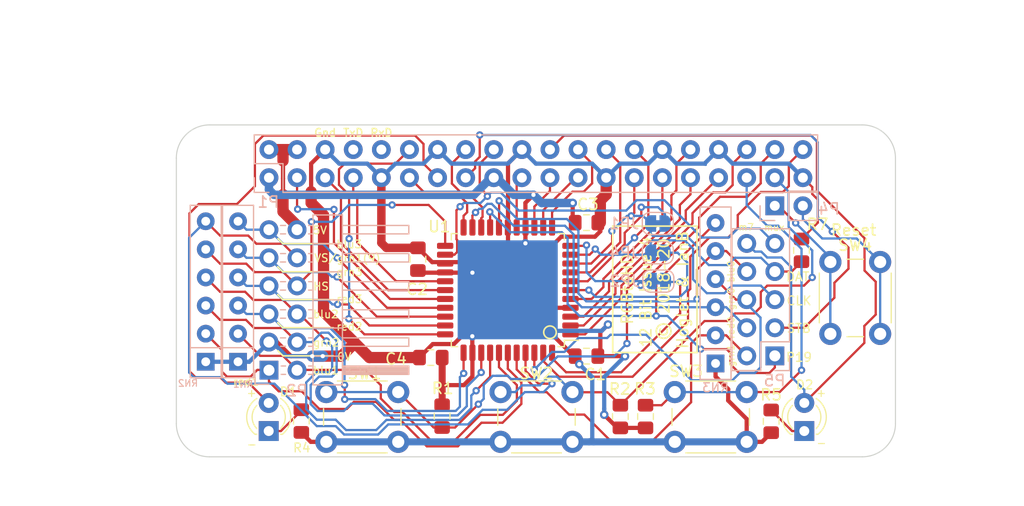
<source format=kicad_pcb>
(kicad_pcb (version 20221018) (generator pcbnew)
  (layers (0 "F.Cu" signal) (31 "B.Cu" signal) (34 "B.Paste" user) (35 "F.Paste" user) (36 "B.SilkS" user "B.Silkscreen") (37 "F.SilkS" user "F.Silkscreen") (38 "B.Mask" user) (39 "F.Mask" user) (44 "Edge.Cuts" user))
  (net 0 "")
  (net 1 "/3V3")
  (net 2 "/GPIO19")
  (net 3 "/GPIO16")
  (net 4 "/GPIO26")
  (net 5 "Net-(P4-Pad1)")
  (net 6 "Net-(P4-Pad2)")
  (net 7 "Net-(D1-Pad1)")
  (net 8 "Net-(D2-Pad1)")
  (net 9 "/VCC")
  (net 10 "/GND")
  (net 11 "/SYNC")
  (net 12 "/VSYNC")
  (net 13 "/RxD")
  (net 14 "/TxD")
  (net 15 "/DETECT")
  (net 16 "/SPDATA")
  (net 17 "/SPCLK")
  (net 18 "/CLKEN")
  (net 19 "/R1")
  (net 20 "/B1")
  (net 21 "/G2")
  (net 22 "/R2")
  (net 23 "/B2")
  (net 24 "/R3")
  (net 25 "/G3")
  (net 26 "/B3")
  (net 27 "/B0")
  (net 28 "/G0")
  (net 29 "/R0")
  (net 30 "/G1")
  (net 31 "/GPIO27_genlock")
  (net 32 "/GPIO25_mode7")
  (net 33 "/GPIO0_sp_data")
  (net 34 "/GPIO20_sp_clk")
  (net 35 "/GPIO1_sp_clken")
  (net 36 "/GPIO17_psync")
  (net 37 "/GPIO18_Version")
  (net 38 "/GPIO22_analog")
  (net 39 "/GPIO24_mux")
  (net 40 "/GPIO21_clk")
  (net 41 "/GPIO2_Q00")
  (net 42 "/GPIO3_Q01")
  (net 43 "/GPIO4_Q02")
  (net 44 "/GPIO10_Q08")
  (net 45 "/GPIO9_Q07")
  (net 46 "/GPIO11_Q09")
  (net 47 "/GPIO8_Q06")
  (net 48 "/GPIO7_Q05")
  (net 49 "/GPIO5_Q03")
  (net 50 "/GPIO6_Q04")
  (net 51 "/GPIO12_Q10")
  (net 52 "/GPIO13_Q11")
  (net 53 "/GPIO23_csync")
  (footprint "RPi_Hat:RPi_Hat_Mounting_Hole" (layer "F.Cu") (at 77.5 28)
    (fp_text reference "" hide)
    (fp_text value "" hide)
  )
  (footprint "RPi_Hat:RPi_Hat_Mounting_Hole" (layer "F.Cu") (at 19.5 28)
    (fp_text reference "" hide)
    (fp_text value "" hide)
  )
  (footprint "RPi_Hat:RPi_Hat_Mounting_Hole" (layer "F.Cu") (at 77.5 51)
    (fp_text reference "" hide)
    (fp_text value "" hide)
  )
  (footprint "RPi_Hat:RPi_Hat_Mounting_Hole" (layer "F.Cu") (at 19.5 51)
    (fp_text reference "" hide)
    (fp_text value "" hide)
  )
  (footprint "Capacitor_SMD:C_0805_2012Metric_Pad1.15x1.40mm_HandSolder" (layer "F.Cu") (at 53.074 45.39996 180)
    (fp_text reference "C1")
    (fp_text value "10uF")
  )
  (footprint "Capacitor_SMD:C_0805_2012Metric_Pad1.15x1.40mm_HandSolder" (layer "F.Cu") (at 37.834 36.63696 90)
    (fp_text reference "C2")
    (fp_text value "100nF")
  )
  (footprint "Capacitor_SMD:C_0805_2012Metric_Pad1.15x1.40mm_HandSolder" (layer "F.Cu") (at 53.074 33.33496)
    (fp_text reference "C3")
    (fp_text value "100nF")
  )
  (footprint "Capacitor_SMD:C_0805_2012Metric_Pad1.15x1.40mm_HandSolder" (layer "F.Cu") (at 39.0024 45.52696 180)
    (fp_text reference "C4")
    (fp_text value "100nF")
  )
  (footprint "Resistor_SMD:R_0805_2012Metric_Pad1.15x1.40mm_HandSolder" (layer "F.Cu") (at 40.0236 50.82656 -90)
    (fp_text reference "R1")
    (fp_text value "1K")
  )
  (footprint "Resistor_SMD:R_0805_2012Metric_Pad1.15x1.40mm_HandSolder" (layer "F.Cu") (at 56.1347 50.86096 90)
    (fp_text reference "R2")
    (fp_text value "1K")
  )
  (footprint "Resistor_SMD:R_0805_2012Metric_Pad1.15x1.40mm_HandSolder" (layer "F.Cu") (at 58.408 50.86096 90)
    (fp_text reference "R3")
    (fp_text value "1K")
  )
  (footprint "Resistor_SMD:R_0805_2012Metric_Pad1.15x1.40mm_HandSolder" (layer "F.Cu") (at 27.2982 51.26736 -90)
    (fp_text reference "R4")
    (fp_text value "1K")
  )
  (footprint "Resistor_SMD:R_0805_2012Metric_Pad1.15x1.40mm_HandSolder" (layer "F.Cu") (at 69.767 51.29276 -90)
    (fp_text reference "R5")
    (fp_text value "1K")
  )
  (footprint "Button_Switch_THT:SW_PUSH_6mm_H5mm" (layer "F.Cu") (at 36.056 53.14696 180)
    (fp_text reference "SW1")
    (fp_text value "SW_PUSH")
  )
  (footprint "Button_Switch_THT:SW_PUSH_6mm_H5mm" (layer "F.Cu") (at 51.804 53.14696 180)
    (fp_text reference "SW2")
    (fp_text value "SW_PUSH")
  )
  (footprint "Button_Switch_THT:SW_PUSH_6mm_H5mm" (layer "F.Cu") (at 67.552 53.14696 180)
    (fp_text reference "SW3")
    (fp_text value "SW_PUSH")
  )
  (footprint "Button_Switch_THT:SW_PUSH_6mm_H5mm" (layer "F.Cu") (at 79.617 36.89096 -90)
    (fp_text reference "SW4")
    (fp_text value "SW_PUSH")
  )
  (footprint "Package_QFP:LQFP-44_10x10mm_P0.8mm" (layer "F.Cu") (at 45.962 39.43096 180)
    (fp_text reference "U1")
    (fp_text value "XC9572XL-VQFP44")
  )
  (footprint "Resistor_SMD:R_0805_2012Metric_Pad1.15x1.40mm_HandSolder" (layer "F.Cu") (at 72.50766 35.83686 90)
    (fp_text reference "R7")
    (fp_text value "1K")
  )
  (footprint "LED_THT:LED_D3.0mm" (layer "F.Cu") (at 24.349 52.17096 90)
    (fp_text reference "D1")
    (fp_text value "LED")
  )
  (footprint "LED_THT:LED_D3.0mm" (layer "F.Cu") (at 72.759 52.17096 90)
    (fp_text reference "D2")
    (fp_text value "LED")
  )
  (footprint "Jumper:SolderJumper-2_P1.3mm_Bridged_RoundedPad1.0x1.5mm" (layer "B.Cu") (at 59.5712 38.61816)
    (fp_text reference "JP2")
    (fp_text value "SolderJumper_2_Bridged")
  )
  (footprint "Jumper:SolderJumper-2_P1.3mm_Bridged_RoundedPad1.0x1.5mm" (layer "B.Cu") (at 59.5204 33.41116)
    (fp_text reference "JP1")
    (fp_text value "SolderJumper_2_Bridged")
  )
  (footprint "Jumper:SolderJumper-2_P1.3mm_Bridged_RoundedPad1.0x1.5mm" (layer "B.Cu") (at 59.5204 36.05276)
    (fp_text reference "JP4")
    (fp_text value "SolderJumper_2_Bridged")
  )
  (footprint "Resistor_THT:R_Array_SIP6" (layer "B.Cu") (at 21.578 45.90796 90)
    (fp_text reference "RN1")
    (fp_text value "4K7")
  )
  (footprint "Resistor_THT:R_Array_SIP6" (layer "B.Cu") (at 18.657 45.90796 90)
    (fp_text reference "RN2")
    (fp_text value "4K7")
  )
  (footprint "Connector_PinSocket_2.54mm:PinSocket_2x20_P2.54mm_Vertical_Custom" (layer "B.Cu") (at 24.372 29.27096 -90)
    (fp_text reference "P1")
    (fp_text value "CONN_02X20")
  )
  (footprint "Connector_PinSocket_2.54mm:PinSocket_1x02_P2.54mm_Vertical_Custom" (layer "B.Cu") (at 70.092 31.81096 -90)
    (fp_text reference "P4")
    (fp_text value "CONN_01X02")
  )
  (footprint "Connector_PinHeader_2.54mm:PinHeader_2x06_P2.54mm_Horizontal" (layer "B.Cu") (at 24.372 46.66996)
    (fp_text reference "P2")
    (fp_text value "Conn_02x06_Odd_Even")
  )
  (footprint "Connector_PinSocket_2.54mm:PinSocket_2x05_P2.54mm_Vertical" (layer "B.Cu") (at 70.0972 45.37456)
    (fp_text reference "P5")
    (fp_text value "Conn_02x05_Odd_Even")
  )
  (footprint "Resistor_THT:R_Array_SIP6" (layer "B.Cu") (at 64.7378 46.06036 90)
    (fp_text reference "RN3")
    (fp_text value "4K7")
  )
  (gr_line (start 63.0614 45.07496) (end 55.4414 45.07496) (stroke (width 0.15)) (layer "F.SilkS"))
  (gr_line (start 30.1938 40.29456) (end 26.1298 40.29456) (stroke (width 0.15)) (layer "F.SilkS"))
  (gr_line (start 30.1938 45.37456) (end 26.1298 45.37456) (stroke (width 0.15)) (layer "F.SilkS"))
  (gr_line (start 30.1938 42.83456) (end 26.1298 42.83456) (stroke (width 0.15)) (layer "F.SilkS"))
  (gr_line (start 25.642 35.23996) (end 25.1848 34.78276) (stroke (width 0.15)) (layer "F.SilkS"))
  (gr_line (start 63.0614 33.64496) (end 63.0614 45.07496) (stroke (width 0.15)) (layer "F.SilkS"))
  (gr_line (start 26.15 37.77996) (end 25.642 37.77996) (stroke (width 0.15)) (layer "F.SilkS"))
  (gr_line (start 26.1754 40.29456) (end 25.642 40.29456) (stroke (width 0.15)) (layer "F.SilkS"))
  (gr_line (start 26.15 35.23996) (end 25.642 35.23996) (stroke (width 0.15)) (layer "F.SilkS"))
  (gr_line (start 26.15 45.37456) (end 25.642 45.37456) (stroke (width 0.15)) (layer "F.SilkS"))
  (gr_line (start 30.1938 35.23996) (end 26.1298 35.23996) (stroke (width 0.15)) (layer "F.SilkS"))
  (gr_line (start 25.642 45.37456) (end 25.19 44.91736) (stroke (width 0.15)) (layer "F.SilkS"))
  (gr_line (start 30.1938 37.77996) (end 26.1298 37.77996) (stroke (width 0.15)) (layer "F.SilkS"))
  (gr_line (start 55.4414 45.07496) (end 55.4414 33.64496) (stroke (width 0.15)) (layer "F.SilkS"))
  (gr_line (start 25.6218 37.77996) (end 25.1646 37.32276) (stroke (width 0.15)) (layer "F.SilkS"))
  (gr_line (start 55.4414 33.64496) (end 63.0614 33.64496) (stroke (width 0.15)) (layer "F.SilkS"))
  (gr_line (start 26.15 42.83456) (end 25.642 42.83456) (stroke (width 0.15)) (layer "F.SilkS"))
  (gr_line (start 25.6218 40.29456) (end 25.1646 39.83736) (stroke (width 0.15)) (layer "F.SilkS"))
  (gr_line (start 25.6218 42.83456) (end 25.1646 42.37736) (stroke (width 0.15)) (layer "F.SilkS"))
  (gr_circle (center 49.772 43.24096) (end 50.28 43.49496) (stroke (width 0.15)) (fill none) (layer "F.SilkS"))
  (gr_arc (start 19 54.5) (mid 16.87868 53.62132) (end 16 51.5) (stroke (width 0.1)) (layer "Edge.Cuts"))
  (gr_arc (start 81 51.5) (mid 80.12132 53.62132) (end 78 54.5) (stroke (width 0.1)) (layer "Edge.Cuts"))
  (gr_arc (start 16 27.5) (mid 16.87868 25.37868) (end 19 24.5) (stroke (width 0.1)) (layer "Edge.Cuts"))
  (gr_arc (start 78 24.5) (mid 80.12132 25.37868) (end 81 27.5) (stroke (width 0.1)) (layer "Edge.Cuts"))
  (gr_line (start 16 27.5) (end 16 51.5) (stroke (width 0.1)) (layer "Edge.Cuts"))
  (gr_line (start 19 24.5) (end 78 24.5) (stroke (width 0.1)) (layer "Edge.Cuts"))
  (gr_line (start 81 27.5) (end 81 51.5) (stroke (width 0.1)) (layer "Edge.Cuts"))
  (gr_line (start 19 54.5) (end 78 54.5) (stroke (width 0.1)) (layer "Edge.Cuts"))
  (gr_text "12 Bit Issue 4." (at 58.43606 39.37254 90) (layer "F.SilkS") (effects (font (size 1 0.9))))
  (gr_text "DAT" (at 72.16984 38.22446) (layer "F.SilkS") (effects (font (size 0.8 0.8) (thickness 0.12))))
  (gr_text "HS" (at 29.0762 39.10076) (layer "F.SilkS") (effects (font (size 0.7 0.7) (thickness 0.11))))
  (gr_text "red0" (at 66.1348 42.83456 90) (layer "F.SilkS") (effects (font (size 0.6 0.6) (thickness 0.1))))
  (gr_text "Hoglet & IanB" (at 61.766 39.41076 90) (layer "F.SilkS") (effects (font (size 1 0.98))))
  (gr_text "mux" (at 70.0464 33.76676) (layer "F.SilkS") (effects (font (size 0.6 0.6) (thickness 0.1))))
  (gr_text "-" (at 22.8278 53.37556) (layer "F.SilkS") (effects (font (size 0.7 0.7) (thickness 0.11))))
  (gr_text "red3" (at 31.6416 40.24376) (layer "F.SilkS") (effects (font (size 0.7 0.7) (thickness 0.11))))
  (gr_text "m7" (at 67.5064 33.74136) (layer "F.SilkS") (effects (font (size 0.6 0.6) (thickness 0.1))))
  (gr_text "0V" (at 31.1844 45.45076) (layer "F.SilkS") (effects (font (size 0.7 0.7) (thickness 0.11))))
  (gr_text "Reset" (at 77.21428 34.00806) (layer "F.SilkS") (effects (font (size 1 1))))
  (gr_text "blu3" (at 31.6162 35.29076) (layer "F.SilkS") (effects (font (size 0.7 0.7) (thickness 0.11))))
  (gr_text "TxD" (at 31.992 25.20696) (layer "F.SilkS") (effects (font (size 0.7 0.7) (thickness 0.13))))
  (gr_text "blu0" (at 66.1348 37.75456 90) (layer "F.SilkS") (effects (font (size 0.6 0.6) (thickness 0.1))))
  (gr_text "blu2" (at 29.508 41.61536) (layer "F.SilkS") (effects (font (size 0.7 0.7) (thickness 0.11))))
  (gr_text "5V" (at 28.9746 34.02076) (layer "F.SilkS") (effects (font (size 0.7 0.7) (thickness 0.11))))
  (gr_text "Gnd" (at 29.452 25.20696) (layer "F.SilkS") (effects (font (size 0.7 0.7) (thickness 0.13))))
  (gr_text "red2" (at 31.6416 42.73296) (layer "F.SilkS") (effects (font (size 0.7 0.7) (thickness 0.11))))
  (gr_text "VS/grn1(9)" (at 31.4638 36.53536) (layer "F.SilkS") (effects (font (size 0.7 0.7) (thickness 0.11))))
  (gr_text "CLK" (at 72.2816 40.39616) (layer "F.SilkS") (effects (font (size 0.8 0.8) (thickness 0.12))))
  (gr_text "grn3" (at 31.6416 37.80536) (layer "F.SilkS") (effects (font (size 0.7 0.7) (thickness 0.11))))
  (gr_text "+" (at 74.2882 48.72736) (layer "F.SilkS") (effects (font (size 0.7 0.7) (thickness 0.11))))
  (gr_text "grn2" (at 29.5588 44.18076) (layer "F.SilkS") (effects (font (size 0.7 0.7) (thickness 0.11))))
  (gr_text "RxD" (at 34.532 25.20696) (layer "F.SilkS") (effects (font (size 0.7 0.7) (thickness 0.13))))
  (gr_text "grn0" (at 66.1348 40.21836 90) (layer "F.SilkS") (effects (font (size 0.6 0.6) (thickness 0.1))))
  (gr_text "RGBtoHD" (at 56.7622 39.33456 90) (layer "F.SilkS") (effects (font (size 1 0.98))))
  (gr_text "+" (at 22.8024 48.72736) (layer "F.SilkS") (effects (font (size 0.7 0.7) (thickness 0.11))))
  (gr_text "red1" (at 22.2944 47.71136) (layer "F.SilkS") (effects (font (size 0.7 0.7) (thickness 0.11))))
  (gr_text "STB" (at 72.2562 42.88536) (layer "F.SilkS") (effects (font (size 0.8 0.8) (thickness 0.12))))
  (gr_text "-" (at 74.3136 53.24856) (layer "F.SilkS") (effects (font (size 0.7 0.7) (thickness 0.11))))
  (gr_text "blu1" (at 29.508 46.69536) (layer "F.SilkS") (effects (font (size 0.7 0.7) (thickness 0.11))))
  (gr_text "P19" (at 72.27652 45.50156) (layer "F.SilkS") (effects (font (size 0.8 0.8) (thickness 0.12))))
  (gr_text "grn1" (at 66.1348 45.34916 90) (layer "F.SilkS") (effects (font (size 0.6 0.6) (thickness 0.1))))
  (gr_text "© 2018-20" (at 60.0642 39.35996 90) (layer "F.SilkS") (effects (font (size 1 0.98))))
  (segment (start 51.824 33.52896) (end 51.824 33.33496) (width 0.381) (layer "F.Cu") (net 1))
  (segment (start 51.824 31.56236) (end 51.8294 31.55696) (width 0.381) (layer "F.Cu") (net 1))
  (segment (start 54.324 43.235562) (end 54.636101 42.923461) (width 0.381) (layer "F.Cu") (net 1))
  (segment (start 54.099 45.39996) (end 56.5411 45.39996) (width 0.381) (layer "F.Cu") (net 1))
  (segment (start 55.055199 51.076859) (end 54.6742 50.69586) (width 0.381) (layer "F.Cu") (net 1))
  (segment (start 54.636101 42.923461) (end 55.0171 42.542462) (width 0.381) (layer "F.Cu") (net 1))
  (segment (start 40.0274 48.01996) (end 40.0274 49.79776) (width 0.635) (layer "F.Cu") (net 1))
  (segment (start 37.8648 37.85616) (end 41.7456 37.85616) (width 0.381) (layer "F.Cu") (net 1))
  (segment (start 41.7456 37.85616) (end 42.166596 37.85616) (width 0.381) (layer "F.Cu") (net 1))
  (segment (start 55.8643 51.88596) (end 55.055199 51.076859) (width 0.381) (layer "F.Cu") (net 1))
  (segment (start 51.824 33.33496) (end 51.824 31.56236) (width 0.381) (layer "F.Cu") (net 1))
  (segment (start 58.408 51.88596) (end 55.8643 51.88596) (width 0.381) (layer "F.Cu") (net 1))
  (segment (start 42.752 43.60096) (end 42.752 45.08346) (width 0.381) (layer "F.Cu") (net 1))
  (segment (start 42.752 45.08346) (end 42.762 45.09346) (width 0.381) (layer "F.Cu") (net 1))
  (segment (start 42.7616 37.85616) (end 42.222785 37.85616) (width 0.381) (layer "F.Cu") (net 1))
  (segment (start 58.083 51.88596) (end 58.408 52.21096) (width 0.381) (layer "F.Cu") (net 1))
  (segment (start 40.0274 49.79776) (end 40.0236 49.80156) (width 0.635) (layer "F.Cu") (net 1))
  (segment (start 58.408 52.21096) (end 58.408 52.13096) (width 0.381) (layer "F.Cu") (net 1))
  (segment (start 56.5411 45.39996) (end 56.549784 45.408644) (width 0.381) (layer "F.Cu") (net 1))
  (segment (start 54.324 45.39996) (end 54.324 43.235562) (width 0.381) (layer "F.Cu") (net 1))
  (segment (start 58.408 52.21096) (end 58.582 52.21096) (width 0.381) (layer "F.Cu") (net 1))
  (segment (start 40.0274 45.52696) (end 40.0274 48.01996) (width 0.635) (layer "F.Cu") (net 1))
  (segment (start 37.834 37.88696) (end 37.8648 37.85616) (width 0.381) (layer "F.Cu") (net 1))
  (segment (start 42.222785 37.85616) (end 41.7456 37.85616) (width 0.381) (layer "F.Cu") (net 1))
  (segment (start 47.552 31.54696) (end 47.897601 31.201359) (width 0.381) (layer "F.Cu") (net 1))
  (segment (start 47.552 35.20096) (end 47.552 31.54696) (width 0.381) (layer "F.Cu") (net 1))
  (segment (start 42.762 47.239623) (end 41.981663 48.01996) (width 0.381) (layer "F.Cu") (net 1))
  (segment (start 42.762 45.09346) (end 42.762 47.239623) (width 0.381) (layer "F.Cu") (net 1))
  (segment (start 41.981663 48.01996) (end 40.0274 48.01996) (width 0.381) (layer "F.Cu") (net 1))
  (segment (start 47.897601 31.201359) (end 48.2786 30.82036) (width 0.381) (layer "F.Cu") (net 1))
  (via (at 51.8294 31.55696) (size 0.762) (drill 0.381) (layers "F.Cu" "B.Cu") (net 1))
  (via (at 55.0171 42.542462) (size 0.762) (drill 0.381) (layers "F.Cu" "B.Cu") (net 1))
  (via (at 42.752 43.60096) (size 0.762) (drill 0.381) (layers "F.Cu" "B.Cu") (net 1))
  (via (at 54.6742 50.69586) (size 0.762) (drill 0.381) (layers "F.Cu" "B.Cu") (net 1))
  (via (at 56.549784 45.408644) (size 0.762) (drill 0.381) (layers "F.Cu" "B.Cu") (net 1))
  (via (at 47.552 35.20096) (size 0.762) (drill 0.381) (layers "F.Cu" "B.Cu") (net 1))
  (via (at 48.2786 30.82036) (size 0.762) (drill 0.381) (layers "F.Cu" "B.Cu") (net 1))
  (via (at 42.7616 37.85616) (size 0.762) (drill 0.381) (layers "F.Cu" "B.Cu") (net 1))
  (segment (start 47.552 35.20096) (end 43.802 38.95096) (width 0.381) (layer "B.Cu") (net 1))
  (segment (start 43.802 38.95096) (end 42.752 38.95096) (width 0.381) (layer "B.Cu") (net 1))
  (segment (start 42.752 38.95096) (end 42.752 43.60096) (width 0.381) (layer "B.Cu") (net 1))
  (segment (start 55.0171 42.542462) (end 54.445602 43.11396) (width 0.381) (layer "B.Cu") (net 1))
  (segment (start 54.6742 50.157045) (end 54.6742 50.69586) (width 0.381) (layer "B.Cu") (net 1))
  (segment (start 24.8344 30.82036) (end 24.372 30.35796) (width 0.762) (layer "B.Cu") (net 1))
  (segment (start 42.752 38.95096) (end 42.752 37.86576) (width 0.381) (layer "B.Cu") (net 1))
  (segment (start 54.6742 47.284228) (end 54.6742 50.157045) (width 0.381) (layer "B.Cu") (net 1))
  (segment (start 46.5006 30.82036) (end 47.739785 30.82036) (width 0.762) (layer "B.Cu") (net 1))
  (segment (start 54.445602 43.11396) (end 46.8816 43.11396) (width 0.381) (layer "B.Cu") (net 1))
  (segment (start 47.739785 30.82036) (end 48.2786 30.82036) (width 0.762) (layer "B.Cu") (net 1))
  (segment (start 51.8294 31.55696) (end 49.0152 31.55696) (width 0.762) (layer "B.Cu") (net 1))
  (segment (start 44.692 29.27096) (end 44.9512 29.27096) (width 0.762) (layer "B.Cu") (net 1))
  (segment (start 56.549784 45.408644) (end 54.6742 47.284228) (width 0.381) (layer "B.Cu") (net 1))
  (segment (start 49.0152 31.55696) (end 48.659599 31.201359) (width 0.762) (layer "B.Cu") (net 1))
  (segment (start 48.659599 31.201359) (end 48.2786 30.82036) (width 0.762) (layer "B.Cu") (net 1))
  (segment (start 42.7564 43.59656) (end 42.752 43.60096) (width 0.381) (layer "B.Cu") (net 1))
  (segment (start 44.692 29.27096) (end 44.4432 29.27096) (width 0.762) (layer "B.Cu") (net 1))
  (segment (start 42.8938 30.82036) (end 24.8344 30.82036) (width 0.762) (layer "B.Cu") (net 1))
  (segment (start 44.9512 29.27096) (end 46.5006 30.82036) (width 0.762) (layer "B.Cu") (net 1))
  (segment (start 24.372 30.35796) (end 24.372 29.27096) (width 0.762) (layer "B.Cu") (net 1))
  (segment (start 46.8816 43.11396) (end 46.399 43.59656) (width 0.381) (layer "B.Cu") (net 1))
  (segment (start 46.399 43.59656) (end 42.7564 43.59656) (width 0.381) (layer "B.Cu") (net 1))
  (segment (start 42.752 37.86576) (end 42.7616 37.85616) (width 0.381) (layer "B.Cu") (net 1))
  (segment (start 44.4432 29.27096) (end 42.8938 30.82036) (width 0.762) (layer "B.Cu") (net 1))
  (segment (start 70.5332 48.64696) (end 67.552 48.64696) (width 0.2032) (layer "F.Cu") (net 2))
  (segment (start 59.863 49.83596) (end 58.408 49.83596) (width 0.2032) (layer "F.Cu") (net 2))
  (segment (start 61.052 48.64696) (end 59.863 49.83596) (width 0.2032) (layer "F.Cu") (net 2))
  (segment (start 72.5102 46.66996) (end 70.5332 48.64696) (width 0.2032) (layer "F.Cu") (net 2))
  (via (at 72.5102 46.66996) (size 0.6604) (drill 0.3048) (layers "F.Cu" "B.Cu") (net 2))
  (segment (start 61.052 48.64696) (end 61.0562 48.65116) (width 0.2032) (layer "B.Cu") (net 2))
  (segment (start 72.5102 35.708274) (end 72.5102 38.211756) (width 0.2032) (layer "B.Cu") (net 2))
  (segment (start 70.416286 33.61436) (end 72.5102 35.708274) (width 0.2032) (layer "B.Cu") (net 2))
  (segment (start 72.5102 38.211756) (end 72.5102 46.66996) (width 0.2032) (layer "B.Cu") (net 2))
  (segment (start 67.552 29.27096) (end 67.552 31.75496) (width 0.2032) (layer "B.Cu") (net 2))
  (segment (start 61.0562 48.65116) (end 67.5478 48.65116) (width 0.2032) (layer "B.Cu") (net 2))
  (segment (start 67.552 31.75496) (end 69.4114 33.61436) (width 0.2032) (layer "B.Cu") (net 2))
  (segment (start 67.5478 48.65116) (end 67.552 48.64696) (width 0.2032) (layer "B.Cu") (net 2))
  (segment (start 69.4114 33.61436) (end 70.416286 33.61436) (width 0.2032) (layer "B.Cu") (net 2))
  (segment (start 62.65501 33.40595) (end 62.65501 32.47135) (width 0.2032) (layer "F.Cu") (net 3))
  (segment (start 56.7316 44.25696) (end 56.7316 39.32936) (width 0.2032) (layer "F.Cu") (net 3))
  (segment (start 62.65501 32.47135) (end 64.534633 30.591727) (width 0.2032) (layer "F.Cu") (net 3))
  (segment (start 41.192 51.85156) (end 42.970001 50.073559) (width 0.2032) (layer "F.Cu") (net 3))
  (segment (start 39.2606 51.85156) (end 40.0236 51.85156) (width 0.2032) (layer "F.Cu") (net 3))
  (segment (start 64.534633 30.591727) (end 65.626833 30.591727) (width 0.2032) (layer "F.Cu") (net 3))
  (segment (start 40.0236 51.85156) (end 41.192 51.85156) (width 0.2032) (layer "F.Cu") (net 3))
  (segment (start 66.282 29.93656) (end 66.282 28.00096) (width 0.2032) (layer "F.Cu") (net 3))
  (segment (start 66.282 28.00096) (end 67.552 26.73096) (width 0.2032) (layer "F.Cu") (net 3))
  (segment (start 65.626833 30.591727) (end 66.282 29.93656) (width 0.2032) (layer "F.Cu") (net 3))
  (segment (start 42.970001 50.073559) (end 43.3002 49.74336) (width 0.2032) (layer "F.Cu") (net 3))
  (segment (start 56.7316 39.32936) (end 62.65501 33.40595) (width 0.2032) (layer "F.Cu") (net 3))
  (segment (start 36.056 48.64696) (end 39.2606 51.85156) (width 0.2032) (layer "F.Cu") (net 3))
  (via (at 56.7316 44.25696) (size 0.6604) (drill 0.3048) (layers "F.Cu" "B.Cu") (net 3))
  (via (at 43.3002 49.74336) (size 0.6604) (drill 0.3048) (layers "F.Cu" "B.Cu") (net 3))
  (segment (start 45.327 47.17796) (end 45.962 47.17796) (width 0.2032) (layer "B.Cu") (net 3))
  (segment (start 35.603 48.19396) (end 36.056 48.64696) (width 0.2032) (layer "B.Cu") (net 3))
  (segment (start 45.962 47.17796) (end 46.250859 47.466819) (width 0.2032) (layer "B.Cu") (net 3))
  (segment (start 56.401401 44.587159) (end 56.7316 44.25696) (width 0.2032) (layer "B.Cu") (net 3))
  (segment (start 43.7828 47.99076) (end 43.7828 49.26076) (width 0.2032) (layer "B.Cu") (net 3))
  (segment (start 50.46299 45.42537) (end 55.56319 45.42537) (width 0.2032) (layer "B.Cu") (net 3))
  (segment (start 43.7828 49.26076) (end 43.630399 49.413161) (width 0.2032) (layer "B.Cu") (net 3))
  (segment (start 44.5956 47.17796) (end 43.7828 47.99076) (width 0.2032) (layer "B.Cu") (net 3))
  (segment (start 55.56319 45.42537) (end 56.401401 44.587159) (width 0.2032) (layer "B.Cu") (net 3))
  (segment (start 43.630399 49.413161) (end 43.3002 49.74336) (width 0.2032) (layer "B.Cu") (net 3))
  (segment (start 45.327 47.17796) (end 44.924589 47.17796) (width 0.2032) (layer "B.Cu") (net 3))
  (segment (start 45.327 47.17796) (end 44.5956 47.17796) (width 0.2032) (layer "B.Cu") (net 3))
  (segment (start 46.250859 47.466819) (end 48.421541 47.466819) (width 0.2032) (layer "B.Cu") (net 3))
  (segment (start 29.556 48.64696) (end 30.009 48.19396) (width 0.2032) (layer "B.Cu") (net 3))
  (segment (start 48.421541 47.466819) (end 50.46299 45.42537) (width 0.2032) (layer "B.Cu") (net 3))
  (segment (start 29.556 48.64696) (end 36.056 48.64696) (width 0.2032) (layer "B.Cu") (net 3))
  (segment (start 51.804 48.64696) (end 51.8209 48.66386) (width 0.2032) (layer "F.Cu") (net 4))
  (segment (start 66.4904 41.53916) (end 68.243 41.53916) (width 0.2032) (layer "F.Cu") (net 4))
  (segment (start 73.145201 38.618159) (end 73.4754 38.28796) (width 0.2032) (layer "F.Cu") (net 4))
  (segment (start 69.4114 39.02456) (end 72.7388 39.02456) (width 0.2032) (layer "F.Cu") (net 4))
  (segment (start 68.243 41.53916) (end 68.8272 40.95496) (width 0.2032) (layer "F.Cu") (net 4))
  (segment (start 72.7388 39.02456) (end 73.145201 38.618159) (width 0.2032) (layer "F.Cu") (net 4))
  (segment (start 68.8272 40.95496) (end 68.8272 39.60876) (width 0.2032) (layer "F.Cu") (net 4))
  (segment (start 63.7457 42.22496) (end 65.8046 42.22496) (width 0.2032) (layer "F.Cu") (net 4))
  (segment (start 56.1347 49.83596) (end 63.7457 42.22496) (width 0.2032) (layer "F.Cu") (net 4))
  (segment (start 51.8209 48.66386) (end 54.9626 48.66386) (width 0.2032) (layer "F.Cu") (net 4))
  (segment (start 51.804 48.64696) (end 51.986 48.64696) (width 0.2032) (layer "F.Cu") (net 4))
  (segment (start 65.8046 42.22496) (end 66.4904 41.53916) (width 0.2032) (layer "F.Cu") (net 4))
  (segment (start 54.9626 48.66386) (end 56.1347 49.83596) (width 0.2032) (layer "F.Cu") (net 4))
  (segment (start 68.8272 39.60876) (end 69.4114 39.02456) (width 0.2032) (layer "F.Cu") (net 4))
  (via (at 73.4754 38.28796) (size 0.6604) (drill 0.3048) (layers "F.Cu" "B.Cu") (net 4))
  (segment (start 49.650199 47.254159) (end 50.411199 47.254159) (width 0.2032) (layer "B.Cu") (net 4))
  (segment (start 71.341799 30.520759) (end 71.341799 33.715959) (width 0.2032) (layer "B.Cu") (net 4))
  (segment (start 47.2372 48.04156) (end 48.862798 48.04156) (width 0.2032) (layer "B.Cu") (net 4))
  (segment (start 45.304 48.64696) (end 46.6318 48.64696) (width 0.2032) (layer "B.Cu") (net 4))
  (segment (start 70.092 29.27096) (end 71.341799 30.520759) (width 0.2032) (layer "B.Cu") (net 4))
  (segment (start 73.4754 37.820987) (end 73.4754 38.28796) (width 0.2032) (layer "B.Cu") (net 4))
  (segment (start 50.804001 47.646961) (end 51.804 48.64696) (width 0.2032) (layer "B.Cu") (net 4))
  (segment (start 50.411199 47.254159) (end 50.804001 47.646961) (width 0.2032) (layer "B.Cu") (net 4))
  (segment (start 71.341799 33.715959) (end 73.4754 35.84956) (width 0.2032) (layer "B.Cu") (net 4))
  (segment (start 73.4754 35.84956) (end 73.4754 37.820987) (width 0.2032) (layer "B.Cu") (net 4))
  (segment (start 46.6318 48.64696) (end 47.2372 48.04156) (width 0.2032) (layer "B.Cu") (net 4))
  (segment (start 48.862798 48.04156) (end 49.650199 47.254159) (width 0.2032) (layer "B.Cu") (net 4))
  (segment (start 70.4274 31.81096) (end 71.9768 33.36036) (width 0.2032) (layer "F.Cu") (net 5))
  (segment (start 70.092 31.81096) (end 70.4274 31.81096) (width 0.2032) (layer "F.Cu") (net 5))
  (via (at 71.9768 33.36036) (size 0.6604) (drill 0.3048) (layers "F.Cu" "B.Cu") (net 5))
  (segment (start 70.092 32.24696) (end 70.092 31.81096) (width 0.2032) (layer "B.Cu") (net 5))
  (segment (start 71.9768 33.36036) (end 75.117 36.50056) (width 0.2032) (layer "B.Cu") (net 5))
  (segment (start 75.117 43.643162) (end 75.117 36.89096) (width 0.2032) (layer "B.Cu") (net 5))
  (segment (start 75.117 36.50056) (end 75.117 36.89096) (width 0.2032) (layer "B.Cu") (net 5))
  (segment (start 75.117 36.89096) (end 75.117 43.39096) (width 0.2032) (layer "B.Cu") (net 5))
  (segment (start 79.617 36.89096) (end 79.617 43.39096) (width 0.2032) (layer "B.Cu") (net 6))
  (segment (start 77.490999 34.764959) (end 78.617001 35.890961) (width 0.2032) (layer "B.Cu") (net 6))
  (segment (start 72.632 31.81096) (end 72.632 33.013041) (width 0.2032) (layer "B.Cu") (net 6))
  (segment (start 72.632 33.013041) (end 74.383918 34.764959) (width 0.2032) (layer "B.Cu") (net 6))
  (segment (start 74.383918 34.764959) (end 77.490999 34.764959) (width 0.2032) (layer "B.Cu") (net 6))
  (segment (start 78.617001 35.890961) (end 79.617 36.89096) (width 0.2032) (layer "B.Cu") (net 6))
  (segment (start 24.349 52.17096) (end 25.4522 52.17096) (width 0.2032) (layer "F.Cu") (net 7))
  (segment (start 25.4522 52.17096) (end 27.2982 50.32496) (width 0.2032) (layer "F.Cu") (net 7))
  (segment (start 27.2982 50.32496) (end 27.2982 50.24236) (width 0.2032) (layer "F.Cu") (net 7))
  (segment (start 72.759 52.17096) (end 71.6558 52.17096) (width 0.2032) (layer "F.Cu") (net 8))
  (segment (start 71.6558 52.17096) (end 69.767 50.28216) (width 0.2032) (layer "F.Cu") (net 8))
  (segment (start 69.767 50.28216) (end 69.767 50.26776) (width 0.2032) (layer "F.Cu") (net 8))
  (segment (start 25.642 32.06496) (end 25.642 30.79496) (width 1.016) (layer "F.Cu") (net 9))
  (segment (start 25.642 26.73096) (end 25.642 27.74696) (width 1.016) (layer "F.Cu") (net 9))
  (segment (start 26.912 33.606234) (end 25.642 32.336234) (width 1.016) (layer "F.Cu") (net 9))
  (segment (start 25.642 26.73096) (end 26.912 26.73096) (width 1.016) (layer "F.Cu") (net 9))
  (segment (start 26.912 33.96996) (end 26.912 33.606234) (width 1.016) (layer "F.Cu") (net 9))
  (segment (start 25.642 32.336234) (end 25.642 32.06496) (width 1.016) (layer "F.Cu") (net 9))
  (segment (start 24.372 26.73096) (end 25.642 26.73096) (width 1.016) (layer "F.Cu") (net 9))
  (segment (start 25.642 29.34716) (end 25.642 27.74696) (width 0.381) (layer "F.Cu") (net 9))
  (segment (start 25.642 30.79496) (end 25.642 29.34716) (width 0.381) (layer "F.Cu") (net 9))
  (segment (start 28.182 28.00096) (end 28.182 30.54096) (width 0.381) (layer "F.Cu") (net 10))
  (segment (start 54.852 30.79496) (end 54.324 31.32296) (width 1.016) (layer "F.Cu") (net 10))
  (segment (start 54.324 31.32296) (end 54.324 33.33496) (width 1.016) (layer "F.Cu") (net 10))
  (segment (start 45.962 36.89096) (end 48.756 39.68496) (width 0.381) (layer "F.Cu") (net 10))
  (segment (start 50.102 41.03096) (end 51.812 41.03096) (width 0.381) (layer "F.Cu") (net 10))
  (segment (start 45.962 37.03096) (end 45.962 36.89096) (width 0.381) (layer "F.Cu") (net 10))
  (segment (start 54.324 34.11696) (end 53.836 34.60496) (width 0.381) (layer "F.Cu") (net 10))
  (segment (start 53.836 34.60496) (end 50.788 34.60496) (width 0.381) (layer "F.Cu") (net 10))
  (segment (start 50.788 34.60496) (end 48.362 37.03096) (width 0.381) (layer "F.Cu") (net 10))
  (segment (start 48.362 37.03096) (end 45.962 37.03096) (width 0.381) (layer "F.Cu") (net 10))
  (segment (start 48.756 39.68496) (end 50.102 41.03096) (width 0.381) (layer "F.Cu") (net 10))
  (segment (start 51.824 45.29296) (end 50.102 43.57096) (width 0.381) (layer "F.Cu") (net 10))
  (segment (start 50.102 43.57096) (end 50.102 41.03096) (width 0.381) (layer "F.Cu") (net 10))
  (segment (start 25.097874 44.12996) (end 24.372 44.12996) (width 0.381) (layer "F.Cu") (net 10))
  (segment (start 64.7378 46.06036) (end 64.7378 47.24136) (width 0.381) (layer "F.Cu") (net 10))
  (segment (start 37.834 35.61296) (end 39.124698 36.903658) (width 0.381) (layer "F.Cu") (net 10))
  (segment (start 72.734485 34.681555) (end 72.80484 34.6112) (width 0.2032) (layer "F.Cu") (net 10))
  (segment (start 24.372 44.12996) (end 24.682 44.12996) (width 0.381) (layer "F.Cu") (net 10))
  (segment (start 45.834698 36.903658) (end 45.962 37.03096) (width 0.381) (layer "F.Cu") (net 10))
  (segment (start 52.049 45.39996) (end 52.049 45.74656) (width 0.381) (layer "F.Cu") (net 10))
  (segment (start 24.372 44.51096) (end 24.5752 44.51096) (width 0.381) (layer "F.Cu") (net 10))
  (segment (start 28.1528 53.14696) (end 27.2982 52.29236) (width 0.381) (layer "F.Cu") (net 10))
  (segment (start 33.453124 45.52696) (end 32.128262 44.202098) (width 1.016) (layer "F.Cu") (net 10))
  (segment (start 34.532 30.473041) (end 34.532 29.27096) (width 0.762) (layer "F.Cu") (net 10))
  (segment (start 65.8808 48.38436) (end 65.8808 49.41316) (width 0.381) (layer "F.Cu") (net 10))
  (segment (start 37.834 35.61196) (end 34.9802 35.61196) (width 0.762) (layer "F.Cu") (net 10))
  (segment (start 41.771 43.62196) (end 41.771 40.70096) (width 0.381) (layer "F.Cu") (net 10))
  (segment (start 45.979399 27.983561) (end 46.382001 27.580959) (width 0.381) (layer "F.Cu") (net 10))
  (segment (start 73.481999 30.750759) (end 73.9834 31.25216) (width 0.2032) (layer "F.Cu") (net 10))
  (segment (start 51.824 45.39996) (end 51.824 45.29296) (width 0.381) (layer "F.Cu") (net 10))
  (segment (start 39.1802 44.30776) (end 41.0852 44.30776) (width 0.381) (layer "F.Cu") (net 10))
  (segment (start 41.771 40.70096) (end 42.787 39.68496) (width 0.381) (layer "F.Cu") (net 10))
  (segment (start 72.632 29.27096) (end 73.481999 30.120959) (width 0.2032) (layer "F.Cu") (net 10))
  (segment (start 73.9834 33.33612) (end 73.131032 34.188488) (width 0.2032) (layer "F.Cu") (net 10))
  (segment (start 37.9774 45.52696) (end 33.453124 45.52696) (width 1.016) (layer "F.Cu") (net 10))
  (segment (start 39.124698 36.903658) (end 45.834698 36.903658) (width 0.381) (layer "F.Cu") (net 10))
  (segment (start 73.131032 34.188488) (end 72.50766 34.81186) (width 0.2032) (layer "F.Cu") (net 10))
  (segment (start 67.552 53.14696) (end 68.9378 53.14696) (width 0.381) (layer "F.Cu") (net 10))
  (segment (start 65.8808 49.41316) (end 67.552 51.08436) (width 0.381) (layer "F.Cu") (net 10))
  (segment (start 41.0852 44.30776) (end 41.771 43.62196) (width 0.381) (layer "F.Cu") (net 10))
  (segment (start 26.367874 45.39996) (end 25.097874 44.12996) (width 0.381) (layer "F.Cu") (net 10))
  (segment (start 73.9834 31.25216) (end 73.9834 33.33612) (width 0.2032) (layer "F.Cu") (net 10))
  (segment (start 72.5991 34.82202) (end 72.54968 34.7726) (width 0.2032) (layer "F.Cu") (net 10))
  (segment (start 54.324 33.33496) (end 54.324 34.11696) (width 0.381) (layer "F.Cu") (net 10))
  (segment (start 29.556 53.14696) (end 28.1528 53.14696) (width 0.381) (layer "F.Cu") (net 10))
  (segment (start 73.481999 30.120959) (end 73.481999 30.750759) (width 0.2032) (layer "F.Cu") (net 10))
  (segment (start 64.7378 47.24136) (end 65.8808 48.38436) (width 0.381) (layer "F.Cu") (net 10))
  (segment (start 45.979399 36.873561) (end 45.979399 27.983561) (width 0.381) (layer "F.Cu") (net 10))
  (segment (start 29.304798 32.666444) (end 29.304798 41.378634) (width 1.016) (layer "F.Cu") (net 10))
  (segment (start 37.6 45.78096) (end 37.707 45.78096) (width 0.381) (layer "F.Cu") (net 10))
  (segment (start 34.532 29.27096) (end 34.532 29.52496) (width 0.381) (layer "F.Cu") (net 10))
  (segment (start 37.707 45.78096) (end 39.1802 44.30776) (width 0.381) (layer "F.Cu") (net 10))
  (segment (start 42.787 39.68496) (end 48.756 39.68496) (width 0.381) (layer "F.Cu") (net 10))
  (segment (start 52.049 45.74656) (end 52.4263 46.12386) (width 0.381) (layer "F.Cu") (net 10))
  (segment (start 67.552 51.08436) (end 67.552 53.14696) (width 0.381) (layer "F.Cu") (net 10))
  (segment (start 45.962 36.89096) (end 45.979399 36.873561) (width 0.381) (layer "F.Cu") (net 10))
  (segment (start 29.304798 41.378634) (end 32.128262 44.202098) (width 1.016) (layer "F.Cu") (net 10))
  (segment (start 37.834 35.38696) (end 37.834 35.61296) (width 0.381) (layer "F.Cu") (net 10))
  (segment (start 30.9304 45.39996) (end 32.128262 44.202098) (width 1.016) (layer "F.Cu") (net 10))
  (segment (start 29.452 26.73096) (end 28.182 28.00096) (width 0.381) (layer "F.Cu") (net 10))
  (segment (start 28.182 30.54096) (end 28.182 31.543646) (width 1.016) (layer "F.Cu") (net 10))
  (segment (start 34.532 35.16376) (end 34.532 30.473041) (width 0.762) (layer "F.Cu") (net 10))
  (segment (start 28.182 31.543646) (end 29.304798 32.666444) (width 1.016) (layer "F.Cu") (net 10))
  (segment (start 34.9802 35.61196) (end 34.532 35.16376) (width 0.762) (layer "F.Cu") (net 10))
  (segment (start 28.2836 45.39996) (end 26.367874 45.39996) (width 0.381) (layer "F.Cu") (net 10))
  (segment (start 28.2836 45.39996) (end 30.9304 45.39996) (width 1.016) (layer "F.Cu") (net 10))
  (segment (start 68.9378 53.14696) (end 69.767 52.31776) (width 0.381) (layer "F.Cu") (net 10))
  (segment (start 46.382001 27.580959) (end 47.232 26.73096) (width 0.381) (layer "F.Cu") (net 10))
  (segment (start 54.852 29.27096) (end 54.852 30.79496) (width 1.016) (layer "F.Cu") (net 10))
  (via (at 52.4263 46.12386) (size 0.762) (drill 0.381) (layers "F.Cu" "B.Cu") (net 10))
  (via (at 28.2836 45.39996) (size 0.762) (drill 0.381) (layers "F.Cu" "B.Cu") (net 10))
  (via (at 29.23102 45.39996) (size 0.762) (drill 0.381) (layers "F.Cu" "B.Cu") (net 10))
  (segment (start 40.882 28.00096) (end 45.962 28.00096) (width 0.381) (layer "B.Cu") (net 10))
  (segment (start 45.962 28.00096) (end 47.232 26.73096) (width 0.381) (layer "B.Cu") (net 10))
  (segment (start 38.342 28.00096) (end 35.802 28.00096) (width 0.381) (layer "B.Cu") (net 10))
  (segment (start 35.802 28.00096) (end 34.532 29.27096) (width 0.381) (layer "B.Cu") (net 10))
  (segment (start 33.262 28.00096) (end 30.722 28.00096) (width 0.381) (layer "B.Cu") (net 10))
  (segment (start 30.722 28.00096) (end 29.452 26.73096) (width 0.381) (layer "B.Cu") (net 10))
  (segment (start 53.582 28.00096) (end 48.502 28.00096) (width 0.381) (layer "B.Cu") (net 10))
  (segment (start 48.502 28.00096) (end 47.232 26.73096) (width 0.381) (layer "B.Cu") (net 10))
  (segment (start 56.122 28.00096) (end 58.662 28.00096) (width 0.381) (layer "B.Cu") (net 10))
  (segment (start 58.662 28.00096) (end 59.932 26.73096) (width 0.381) (layer "B.Cu") (net 10))
  (segment (start 61.202 28.00096) (end 63.742 28.00096) (width 0.381) (layer "B.Cu") (net 10))
  (segment (start 63.742 28.00096) (end 65.012 26.73096) (width 0.381) (layer "B.Cu") (net 10))
  (segment (start 66.282 28.00096) (end 71.362 28.00096) (width 0.381) (layer "B.Cu") (net 10))
  (segment (start 71.362 28.00096) (end 72.632 29.27096) (width 0.381) (layer "B.Cu") (net 10))
  (segment (start 21.578 45.90796) (end 22.594 45.90796) (width 0.381) (layer "B.Cu") (net 10))
  (segment (start 24.372 44.51096) (end 25.05018 44.51096) (width 0.381) (layer "B.Cu") (net 10))
  (segment (start 29.23102 45.39996) (end 25.93918 45.39996) (width 0.381) (layer "B.Cu") (net 10))
  (segment (start 53.5947 52.85486) (end 53.3026 53.14696) (width 0.381) (layer "B.Cu") (net 10))
  (segment (start 39.612 26.73096) (end 38.342 28.00096) (width 0.381) (layer "B.Cu") (net 10))
  (segment (start 29.556 53.14696) (end 36.056 53.14696) (width 0.635) (layer "B.Cu") (net 10))
  (segment (start 34.532 29.27096) (end 34.532 29.01696) (width 0.381) (layer "B.Cu") (net 10))
  (segment (start 52.4263 46.12386) (end 53.5947 47.29226) (width 0.381) (layer "B.Cu") (net 10))
  (segment (start 24.6006 44.73956) (end 24.372 44.51096) (width 0.381) (layer "B.Cu") (net 10))
  (segment (start 53.7217 53.14696) (end 67.552 53.14696) (width 0.635) (layer "B.Cu") (net 10))
  (segment (start 35.827388 53.375572) (end 36.056 53.14696) (width 1.016) (layer "B.Cu") (net 10))
  (segment (start 18.5046 46.41596) (end 18.403 46.41596) (width 0.2032) (layer "B.Cu") (net 10))
  (segment (start 39.612 26.73096) (end 40.882 28.00096) (width 0.381) (layer "B.Cu") (net 10))
  (segment (start 65.012 26.73096) (end 66.282 28.00096) (width 0.381) (layer "B.Cu") (net 10))
  (segment (start 54.852 29.27096) (end 56.122 28.00096) (width 0.381) (layer "B.Cu") (net 10))
  (segment (start 53.5947 47.29226) (end 53.5947 52.85486) (width 0.381) (layer "B.Cu") (net 10))
  (segment (start 18.657 45.90796) (end 21.578 45.90796) (width 0.381) (layer "B.Cu") (net 10))
  (segment (start 28.2836 45.39996) (end 29.23102 45.39996) (width 1.016) (layer "B.Cu") (net 10))
  (segment (start 54.852 29.27096) (end 53.582 28.00096) (width 0.381) (layer "B.Cu") (net 10))
  (segment (start 59.932 26.73096) (end 61.202 28.00096) (width 0.381) (layer "B.Cu") (net 10))
  (segment (start 63.742 28.00096) (end 63.857199 28.116159) (width 0.2032) (layer "B.Cu") (net 10))
  (segment (start 34.532 29.27096) (end 33.262 28.00096) (width 0.381) (layer "B.Cu") (net 10))
  (segment (start 22.594 45.90796) (end 24.372 44.12996) (width 0.381) (layer "B.Cu") (net 10))
  (segment (start 36.056 53.14696) (end 53.3026 53.14696) (width 0.635) (layer "B.Cu") (net 10))
  (segment (start 25.93918 45.39996) (end 25.05018 44.51096) (width 0.381) (layer "B.Cu") (net 10))
  (segment (start 53.3026 53.14696) (end 53.7217 53.14696) (width 0.635) (layer "B.Cu") (net 10))
  (segment (start 40.12 35.42296) (end 40.112 35.43096) (width 0.2032) (layer "F.Cu") (net 11))
  (segment (start 19.456999 36.547959) (end 18.657 35.74796) (width 0.2032) (layer "F.Cu") (net 11))
  (segment (start 28.2126 33.51276) (end 28.2126 33.25876) (width 0.2032) (layer "F.Cu") (net 11))
  (segment (start 28.2126 37.74936) (end 28.2126 33.51276) (width 0.2032) (layer "F.Cu") (net 11))
  (segment (start 38.8044 31.73476) (end 35.5024 31.73476) (width 0.2032) (layer "F.Cu") (net 11))
  (segment (start 25.6674 37.80536) (end 23.0818 37.80536) (width 0.2032) (layer "F.Cu") (net 11))
  (segment (start 26.912 39.04996) (end 25.6674 37.80536) (width 0.2032) (layer "F.Cu") (net 11))
  (segment (start 23.0818 37.80536) (end 22.3198 37.04336) (width 0.2032) (layer "F.Cu") (net 11))
  (segment (start 40.2995 33.22986) (end 40.2995 35.43096) (width 0.2032) (layer "F.Cu") (net 11))
  (segment (start 28.2126 33.725733) (end 28.2126 33.51276) (width 0.2032) (layer "F.Cu") (net 11))
  (segment (start 38.8044 31.73476) (end 40.2995 33.22986) (width 0.2032) (layer "F.Cu") (net 11))
  (segment (start 26.912 39.04996) (end 28.2126 37.74936) (width 0.2032) (layer "F.Cu") (net 11))
  (segment (start 27.42 39.43096) (end 27.039 39.43096) (width 0.2032) (layer "F.Cu") (net 11))
  (segment (start 19.9524 37.04336) (end 19.456999 36.547959) (width 0.2032) (layer "F.Cu") (net 11))
  (segment (start 22.3198 37.04336) (end 19.9524 37.04336) (width 0.2032) (layer "F.Cu") (net 11))
  (segment (start 40.112 35.43096) (end 40.112 35.35896) (width 0.2032) (layer "F.Cu") (net 11))
  (via (at 35.5024 31.73476) (size 0.6604) (drill 0.3048) (layers "F.Cu" "B.Cu") (net 11))
  (via (at 28.2126 33.25876) (size 0.6604) (drill 0.3048) (layers "F.Cu" "B.Cu") (net 11))
  (segment (start 31.590792 31.73476) (end 30.066792 33.25876) (width 0.2032) (layer "B.Cu") (net 11))
  (segment (start 28.679573 33.25876) (end 28.2126 33.25876) (width 0.2032) (layer "B.Cu") (net 11))
  (segment (start 30.066792 33.25876) (end 28.679573 33.25876) (width 0.2032) (layer "B.Cu") (net 11))
  (segment (start 35.5024 31.73476) (end 31.590792 31.73476) (width 0.2032) (layer "B.Cu") (net 11))
  (segment (start 26.912 36.50996) (end 25.642 35.23996) (width 0.2032) (layer "F.Cu") (net 12))
  (segment (start 19.456999 34.007959) (end 18.657 33.20796) (width 0.2032) (layer "F.Cu") (net 12))
  (segment (start 22.4976 34.50336) (end 19.9524 34.50336) (width 0.2032) (layer "F.Cu") (net 12))
  (segment (start 19.9524 34.50336) (end 19.456999 34.007959) (width 0.2032) (layer "F.Cu") (net 12))
  (segment (start 47.562 46.725133) (end 48.726026 47.889159) (width 0.2032) (layer "F.Cu") (net 12))
  (segment (start 47.562 45.28096) (end 47.562 46.725133) (width 0.2032) (layer "F.Cu") (net 12))
  (segment (start 23.2342 35.23996) (end 22.4976 34.50336) (width 0.2032) (layer "F.Cu") (net 12))
  (segment (start 25.642 35.23996) (end 23.2342 35.23996) (width 0.2032) (layer "F.Cu") (net 12))
  (segment (start 49.488027 47.889159) (end 49.955 47.889159) (width 0.2032) (layer "F.Cu") (net 12))
  (segment (start 48.726026 47.889159) (end 49.488027 47.889159) (width 0.2032) (layer "F.Cu") (net 12))
  (via (at 49.955 47.889159) (size 0.6604) (drill 0.3048) (layers "F.Cu" "B.Cu") (net 12))
  (segment (start 35.154268 51.572193) (end 42.360367 51.572193) (width 0.2032) (layer "B.Cu") (net 12))
  (segment (start 20.03126 47.30242) (end 20.618 47.88916) (width 0.2032) (layer "B.Cu") (net 12))
  (segment (start 49.192999 48.65116) (end 49.955 47.889159) (width 0.2032) (layer "B.Cu") (net 12))
  (segment (start 42.360367 51.572193) (end 43.6812 50.25136) (width 0.2032) (layer "B.Cu") (net 12))
  (segment (start 18.657 33.20796) (end 17.15332 34.71164) (width 0.2032) (layer "B.Cu") (net 12))
  (segment (start 28.69691 51.72456) (end 30.404499 51.72456) (width 0.2032) (layer "B.Cu") (net 12))
  (segment (start 17.15332 46.88332) (end 17.57242 47.30242) (width 0.2032) (layer "B.Cu") (net 12))
  (segment (start 34.23989 52.486571) (end 35.154268 51.572193) (width 0.2032) (layer "B.Cu") (net 12))
  (segment (start 43.6812 50.25136) (end 45.891 50.25136) (width 0.2032) (layer "B.Cu") (net 12))
  (segment (start 20.618 47.88916) (end 24.86151 47.88916) (width 0.2032) (layer "B.Cu") (net 12))
  (segment (start 45.891 50.25136) (end 47.4912 48.65116) (width 0.2032) (layer "B.Cu") (net 12))
  (segment (start 17.57242 47.30242) (end 20.03126 47.30242) (width 0.2032) (layer "B.Cu") (net 12))
  (segment (start 47.4912 48.65116) (end 49.192999 48.65116) (width 0.2032) (layer "B.Cu") (net 12))
  (segment (start 24.86151 47.88916) (end 28.69691 51.72456) (width 0.2032) (layer "B.Cu") (net 12))
  (segment (start 31.16651 52.486571) (end 34.23989 52.486571) (width 0.2032) (layer "B.Cu") (net 12))
  (segment (start 17.15332 34.71164) (end 17.15332 46.88332) (width 0.2032) (layer "B.Cu") (net 12))
  (segment (start 30.404499 51.72456) (end 31.16651 52.486571) (width 0.2032) (layer "B.Cu") (net 12))
  (segment (start 34.532 26.73096) (end 34.532 27.23896) (width 0.2032) (layer "F.Cu") (net 13))
  (segment (start 31.992 26.73096) (end 31.992 27.23896) (width 0.2032) (layer "F.Cu") (net 14))
  (segment (start 66.084 45.113039) (end 65.735922 44.764961) (width 0.2032) (layer "F.Cu") (net 15))
  (segment (start 66.084 46.13656) (end 66.084 45.113039) (width 0.2032) (layer "F.Cu") (net 15))
  (segment (start 59.3784 41.300787) (end 59.3784 41.76776) (width 0.2032) (layer "F.Cu") (net 15))
  (segment (start 44.362 32.387528) (end 44.334131 32.359659) (width 0.2032) (layer "F.Cu") (net 15))
  (segment (start 65.735922 44.764961) (end 63.858574 44.764961) (width 0.2032) (layer "F.Cu") (net 15))
  (segment (start 69.601 46.92396) (end 66.8714 46.92396) (width 0.2032) (layer "F.Cu") (net 15))
  (segment (start 66.8714 46.92396) (end 66.084 46.13656) (width 0.2032) (layer "F.Cu") (net 15))
  (segment (start 64.7378 33.36036) (end 59.3784 38.71976) (width 0.2032) (layer "F.Cu") (net 15))
  (segment (start 70.0972 46.42776) (end 69.601 46.92396) (width 0.2032) (layer "F.Cu") (net 15))
  (segment (start 63.858574 44.764961) (end 63.391601 44.764961) (width 0.2032) (layer "F.Cu") (net 15))
  (segment (start 59.3784 38.71976) (end 59.3784 41.300787) (width 0.2032) (layer "F.Cu") (net 15))
  (segment (start 70.0972 45.37456) (end 70.0972 46.42776) (width 0.2032) (layer "F.Cu") (net 15))
  (segment (start 44.362 33.76846) (end 44.362 32.387528) (width 0.2032) (layer "F.Cu") (net 15))
  (via (at 63.391601 44.764961) (size 0.6604) (drill 0.3048) (layers "F.Cu" "B.Cu") (net 15))
  (via (at 59.3784 41.76776) (size 0.6604) (drill 0.3048) (layers "F.Cu" "B.Cu") (net 15))
  (via (at 44.334131 32.359659) (size 0.6604) (drill 0.3048) (layers "F.Cu" "B.Cu") (net 15))
  (segment (start 46.173032 34.19856) (end 50.844 34.19856) (width 0.2032) (layer "B.Cu") (net 15))
  (segment (start 58.911427 41.76776) (end 59.3784 41.76776) (width 0.2032) (layer "B.Cu") (net 15))
  (segment (start 60.3944 41.76776) (end 59.3784 41.76776) (width 0.2032) (layer "B.Cu") (net 15))
  (segment (start 51.364568 34.719128) (end 51.364568 40.688128) (width 0.2032) (layer "B.Cu") (net 15))
  (segment (start 50.844 34.19856) (end 51.364568 34.719128) (width 0.2032) (layer "B.Cu") (net 15))
  (segment (start 52.4442 41.76776) (end 58.911427 41.76776) (width 0.2032) (layer "B.Cu") (net 15))
  (segment (start 51.364568 40.688128) (end 52.4442 41.76776) (width 0.2032) (layer "B.Cu") (net 15))
  (segment (start 63.391601 44.764961) (end 60.3944 41.76776) (width 0.2032) (layer "B.Cu") (net 15))
  (segment (start 44.334131 32.359659) (end 46.173032 34.19856) (width 0.2032) (layer "B.Cu") (net 15))
  (segment (start 56.52841 34.254556) (end 58.027 32.755966) (width 0.2032) (layer "F.Cu") (net 16))
  (segment (start 58.027 32.755966) (end 58.027 31.93796) (width 0.2032) (layer "F.Cu") (net 16))
  (segment (start 53.17875 38.63096) (end 56.52841 35.2813) (width 0.2032) (layer "F.Cu") (net 16))
  (segment (start 56.52841 35.2813) (end 56.52841 34.254556) (width 0.2032) (layer "F.Cu") (net 16))
  (segment (start 51.6245 38.63096) (end 53.17875 38.63096) (width 0.2032) (layer "F.Cu") (net 16))
  (via (at 58.027 31.93796) (size 0.6604) (drill 0.3048) (layers "F.Cu" "B.Cu") (net 16))
  (segment (start 58.027 31.93796) (end 59.544792 31.93796) (width 0.2032) (layer "B.Cu") (net 16))
  (segment (start 59.544792 31.93796) (end 60.1704 32.563568) (width 0.2032) (layer "B.Cu") (net 16))
  (segment (start 60.1704 32.563568) (end 60.1704 33.41116) (width 0.2032) (layer "B.Cu") (net 16))
  (segment (start 56.216811 46.854549) (end 61.5374 41.53396) (width 0.2032) (layer "F.Cu") (net 17))
  (segment (start 61.5374 39.161333) (end 61.5374 38.69436) (width 0.2032) (layer "F.Cu") (net 17))
  (segment (start 61.5374 41.53396) (end 61.5374 39.161333) (width 0.2032) (layer "F.Cu") (net 17))
  (segment (start 49.962 45.58996) (end 51.226589 46.854549) (width 0.2032) (layer "F.Cu") (net 17))
  (segment (start 51.226589 46.854549) (end 56.216811 46.854549) (width 0.2032) (layer "F.Cu") (net 17))
  (via (at 61.5374 38.69436) (size 0.6604) (drill 0.3048) (layers "F.Cu" "B.Cu") (net 17))
  (segment (start 60.2974 38.69436) (end 60.2212 38.61816) (width 0.2032) (layer "B.Cu") (net 17))
  (segment (start 61.5374 38.69436) (end 60.2974 38.69436) (width 0.2032) (layer "B.Cu") (net 17))
  (segment (start 51.6245 39.43096) (end 53.2824 39.43096) (width 0.2032) (layer "F.Cu") (net 18))
  (via (at 53.2824 39.43096) (size 0.6604) (drill 0.3048) (layers "F.Cu" "B.Cu") (net 18))
  (segment (start 61.53741 40.04055) (end 62.172401 39.405559) (width 0.2032) (layer "B.Cu") (net 18))
  (segment (start 61.3088 36.05276) (end 60.1704 36.05276) (width 0.2032) (layer "B.Cu") (net 18))
  (segment (start 53.2824 39.43096) (end 53.89199 40.04055) (width 0.2032) (layer "B.Cu") (net 18))
  (segment (start 62.172401 39.405559) (end 62.172401 36.916361) (width 0.2032) (layer "B.Cu") (net 18))
  (segment (start 53.89199 40.04055) (end 61.53741 40.04055) (width 0.2032) (layer "B.Cu") (net 18))
  (segment (start 62.172401 36.916361) (end 61.3088 36.05276) (width 0.2032) (layer "B.Cu") (net 18))
  (segment (start 25.130222 46.64456) (end 24.372 46.64456) (width 0.2032) (layer "F.Cu") (net 19))
  (segment (start 24.372 47.69776) (end 24.372 46.64456) (width 0.2032) (layer "F.Cu") (net 19))
  (segment (start 19.456999 44.167959) (end 18.657 43.36796) (width 0.2032) (layer "F.Cu") (net 19))
  (segment (start 47.1864 47.76216) (end 47.1864 49.71796) (width 0.2032) (layer "F.Cu") (net 19))
  (segment (start 27.3236 48.57496) (end 25.2492 48.57496) (width 0.2032) (layer "F.Cu") (net 19))
  (segment (start 34.05702 49.54016) (end 32.0428 49.54016) (width 0.2032) (layer "F.Cu") (net 19))
  (segment (start 43.5796 51.41976) (end 41.445989 53.553371) (width 0.2032) (layer "F.Cu") (net 19))
  (segment (start 41.445989 53.553371) (end 38.639311 53.553371) (width 0.2032) (layer "F.Cu") (net 19))
  (segment (start 47.1864 49.71796) (end 45.4846 51.41976) (width 0.2032) (layer "F.Cu") (net 19))
  (segment (start 25.2492 48.57496) (end 24.372 47.69776) (width 0.2032) (layer "F.Cu") (net 19))
  (segment (start 20.11 46.79696) (end 20.11 44.82096) (width 0.2032) (layer "F.Cu") (net 19))
  (segment (start 35.68262 51.16576) (end 34.05702 49.54016) (width 0.2032) (layer "F.Cu") (net 19))
  (segment (start 28.9238 50.17516) (end 27.3236 48.57496) (width 0.2032) (layer "F.Cu") (net 19))
  (segment (start 45.962 45.09346) (end 45.962 46.53776) (width 0.2032) (layer "F.Cu") (net 19))
  (segment (start 36.2517 51.16576) (end 35.68262 51.16576) (width 0.2032) (layer "F.Cu") (net 19))
  (segment (start 20.11 44.82096) (end 19.456999 44.167959) (width 0.2032) (layer "F.Cu") (net 19))
  (segment (start 45.962 46.53776) (end 47.1864 47.76216) (width 0.2032) (layer "F.Cu") (net 19))
  (segment (start 45.4846 51.41976) (end 43.5796 51.41976) (width 0.2032) (layer "F.Cu") (net 19))
  (segment (start 23.3188 46.64456) (end 22.7092 47.25416) (width 0.2032) (layer "F.Cu") (net 19))
  (segment (start 22.7092 47.25416) (end 20.5672 47.25416) (width 0.2032) (layer "F.Cu") (net 19))
  (segment (start 38.639311 53.553371) (end 36.2517 51.16576) (width 0.2032) (layer "F.Cu") (net 19))
  (segment (start 32.0428 49.54016) (end 31.4078 50.17516) (width 0.2032) (layer "F.Cu") (net 19))
  (segment (start 31.4078 50.17516) (end 28.9238 50.17516) (width 0.2032) (layer "F.Cu") (net 19))
  (segment (start 24.372 46.64456) (end 23.3188 46.64456) (width 0.2032) (layer "F.Cu") (net 19))
  (segment (start 20.5672 47.25416) (end 20.11 46.79696) (width 0.2032) (layer "F.Cu") (net 19))
  (segment (start 33.100152 46.64456) (end 26.912 46.64456) (width 0.2032) (layer "F.Cu") (net 20))
  (segment (start 34.4812 49.23016) (end 34.4812 48.025609) (width 0.2032) (layer "F.Cu") (net 20))
  (segment (start 35.705409 50.454369) (end 34.4812 49.23016) (width 0.2032) (layer "F.Cu") (net 20))
  (segment (start 46.78 49.43856) (end 45.51 50.70856) (width 0.2032) (layer "F.Cu") (net 20))
  (segment (start 22.377999 44.167959) (end 21.578 43.36796) (width 0.2032) (layer "F.Cu") (net 20))
  (segment (start 34.4812 48.025609) (end 33.100152 46.64456) (width 0.2032) (layer "F.Cu") (net 20))
  (segment (start 23.5846 45.37456) (end 22.377999 44.167959) (width 0.2032) (layer "F.Cu") (net 20))
  (segment (start 36.442009 50.454369) (end 35.705409 50.454369) (width 0.2032) (layer "F.Cu") (net 20))
  (segment (start 45.162 46.39816) (end 46.78 48.01616) (width 0.2032) (layer "F.Cu") (net 20))
  (segment (start 46.78 48.01616) (end 46.78 49.43856) (width 0.2032) (layer "F.Cu") (net 20))
  (segment (start 45.162 45.09346) (end 45.162 46.39816) (width 0.2032) (layer "F.Cu") (net 20))
  (segment (start 26.912 46.64456) (end 25.642 45.37456) (width 0.2032) (layer "F.Cu") (net 20))
  (segment (start 45.51 50.70856) (end 43.478 50.70856) (width 0.2032) (layer "F.Cu") (net 20))
  (segment (start 39.1346 53.14696) (end 36.442009 50.454369) (width 0.2032) (layer "F.Cu") (net 20))
  (segment (start 43.478 50.70856) (end 41.0396 53.14696) (width 0.2032) (layer "F.Cu") (net 20))
  (segment (start 41.0396 53.14696) (end 39.1346 53.14696) (width 0.2032) (layer "F.Cu") (net 20))
  (segment (start 25.642 45.37456) (end 23.5846 45.37456) (width 0.2032) (layer "F.Cu") (net 20))
  (segment (start 25.642 42.85996) (end 23.031 42.85996) (width 0.2032) (layer "F.Cu") (net 21))
  (segment (start 22.2944 42.12336) (end 19.9524 42.12336) (width 0.2032) (layer "F.Cu") (net 21))
  (segment (start 26.912 44.12996) (end 25.642 42.85996) (width 0.2032) (layer "F.Cu") (net 21))
  (segment (start 19.9524 42.12336) (end 19.456999 41.627959) (width 0.2032) (layer "F.Cu") (net 21))
  (segment (start 23.031 42.85996) (end 22.2944 42.12336) (width 0.2032) (layer "F.Cu") (net 21))
  (segment (start 43.562 45.09346) (end 43.562 46.86536) (width 0.2032) (layer "F.Cu") (net 21))
  (segment (start 19.456999 41.627959) (end 18.657 40.82796) (width 0.2032) (layer "F.Cu") (net 21))
  (segment (start 43.562 46.86536) (end 43.5542 46.87316) (width 0.2032) (layer "F.Cu") (net 21))
  (via (at 43.5542 46.87316) (size 0.6604) (drill 0.3048) (layers "F.Cu" "B.Cu") (net 21))
  (segment (start 41.41864 50.759371) (end 34.811411 50.759371) (width 0.2032) (layer "B.Cu") (net 21))
  (segment (start 31.801499 49.692561) (end 31.13589 50.35817) (width 0.2032) (layer "B.Cu") (net 21))
  (segment (start 29.750205 43.279961) (end 29.113399 43.279961) (width 0.2032) (layer "B.Cu") (net 21))
  (segment (start 42.253611 49.9244) (end 41.41864 50.759371) (width 0.2032) (layer "B.Cu") (net 21))
  (segment (start 31.13589 50.35817) (end 28.761354 50.35817) (width 0.2032) (layer "B.Cu") (net 21))
  (segment (start 30.490871 46.81544) (end 30.490871 44.020627) (width 0.2032) (layer "B.Cu") (net 21))
  (segment (start 28.2634 44.12996) (end 26.912 44.12996) (width 0.2032) (layer "B.Cu") (net 21))
  (segment (start 43.5542 46.87316) (end 42.253611 48.173749) (width 0.2032) (layer "B.Cu") (net 21))
  (segment (start 29.113399 43.279961) (end 28.2634 44.12996) (width 0.2032) (layer "B.Cu") (net 21))
  (segment (start 28.761354 50.35817) (end 28.1439 49.740716) (width 0.2032) (layer "B.Cu") (net 21))
  (segment (start 33.744601 49.692561) (end 31.801499 49.692561) (width 0.2032) (layer "B.Cu") (net 21))
  (segment (start 28.90348 47.24908) (end 30.057231 47.24908) (width 0.2032) (layer "B.Cu") (net 21))
  (segment (start 28.1439 48.00866) (end 28.90348 47.24908) (width 0.2032) (layer "B.Cu") (net 21))
  (segment (start 30.057231 47.24908) (end 30.490871 46.81544) (width 0.2032) (layer "B.Cu") (net 21))
  (segment (start 34.811411 50.759371) (end 33.744601 49.692561) (width 0.2032) (layer "B.Cu") (net 21))
  (segment (start 30.490871 44.020627) (end 29.750205 43.279961) (width 0.2032) (layer "B.Cu") (net 21))
  (segment (start 28.1439 49.740716) (end 28.1439 48.00866) (width 0.2032) (layer "B.Cu") (net 21))
  (segment (start 42.253611 48.173749) (end 42.253611 49.9244) (width 0.2032) (layer "B.Cu") (net 21))
  (segment (start 41.962 46.949405) (end 41.971422 46.958827) (width 0.2032) (layer "F.Cu") (net 22))
  (segment (start 31.21984 49.30394) (end 31.21984 48.02974) (width 0.2032) (layer "F.Cu") (net 22))
  (segment (start 41.962 45.09346) (end 41.962 46.949405) (width 0.2032) (layer "F.Cu") (net 22))
  (segment (start 31.21984 48.02974) (end 31.20206 48.01196) (width 0.2032) (layer "F.Cu") (net 22))
  (via (at 31.21984 49.30394) (size 0.6604) (drill 0.3048) (layers "F.Cu" "B.Cu") (net 22))
  (via (at 41.971422 46.958827) (size 0.6604) (drill 0.3048) (layers "F.Cu" "B.Cu") (net 22))
  (via (at 31.20206 48.01196) (size 0.6604) (drill 0.3048) (layers "F.Cu" "B.Cu") (net 22))
  (segment (start 33.98589 49.28615) (end 35.0527 50.35296) (width 0.2032) (layer "B.Cu") (net 22))
  (segment (start 41.2503 50.35296) (end 41.631801 49.971459) (width 0.2032) (layer "B.Cu") (net 22))
  (segment (start 22.34 41.58996) (end 21.578 40.82796) (width 0.2032) (layer "B.Cu") (net 22))
  (segment (start 31.20206 48.01196) (end 31.20206 44.157065) (width 0.2032) (layer "B.Cu") (net 22))
  (segment (start 41.631801 47.298448) (end 41.641223 47.289026) (width 0.2032) (layer "B.Cu") (net 22))
  (segment (start 41.631801 49.971459) (end 41.631801 47.298448) (width 0.2032) (layer "B.Cu") (net 22))
  (segment (start 41.641223 47.289026) (end 41.971422 46.958827) (width 0.2032) (layer "B.Cu") (net 22))
  (segment (start 25.221999 42.439959) (end 24.372 41.58996) (width 0.2032) (layer "B.Cu") (net 22))
  (segment (start 31.23763 49.28615) (end 33.98589 49.28615) (width 0.2032) (layer "B.Cu") (net 22))
  (segment (start 35.0527 50.35296) (end 41.2503 50.35296) (width 0.2032) (layer "B.Cu") (net 22))
  (segment (start 29.918545 42.873551) (end 25.655591 42.873551) (width 0.2032) (layer "B.Cu") (net 22))
  (segment (start 31.20206 44.157065) (end 29.918545 42.873551) (width 0.2032) (layer "B.Cu") (net 22))
  (segment (start 31.21984 49.30394) (end 31.23763 49.28615) (width 0.2032) (layer "B.Cu") (net 22))
  (segment (start 24.372 41.58996) (end 22.34 41.58996) (width 0.2032) (layer "B.Cu") (net 22))
  (segment (start 25.655591 42.873551) (end 25.221999 42.439959) (width 0.2032) (layer "B.Cu") (net 22))
  (segment (start 29.558802 44.02836) (end 27.120402 41.58996) (width 0.2032) (layer "F.Cu") (net 23))
  (segment (start 43.427195 48.193961) (end 43.096996 48.52416) (width 0.2032) (layer "F.Cu") (net 23))
  (segment (start 22.2182 39.58336) (end 19.9524 39.58336) (width 0.2032) (layer "F.Cu") (net 23))
  (segment (start 44.362 45.09346) (end 44.362 47.259156) (width 0.2032) (layer "F.Cu") (net 23))
  (segment (start 22.9548 40.31996) (end 22.2182 39.58336) (width 0.2032) (layer "F.Cu") (net 23))
  (segment (start 19.9524 39.58336) (end 19.456999 39.087959) (width 0.2032) (layer "F.Cu") (net 23))
  (segment (start 25.642 40.31996) (end 22.9548 40.31996) (width 0.2032) (layer "F.Cu") (net 23))
  (segment (start 27.120402 41.58996) (end 26.912 41.58996) (width 0.2032) (layer "F.Cu") (net 23))
  (segment (start 19.456999 39.087959) (end 18.657 38.28796) (width 0.2032) (layer "F.Cu") (net 23))
  (segment (start 26.912 41.58996) (end 25.642 40.31996) (width 0.2032) (layer "F.Cu") (net 23))
  (segment (start 44.362 47.259156) (end 43.427195 48.193961) (width 0.2032) (layer "F.Cu") (net 23))
  (via (at 43.096996 48.52416) (size 0.6604) (drill 0.3048) (layers "F.Cu" "B.Cu") (net 23))
  (via (at 29.558802 44.02836) (size 0.6604) (drill 0.3048) (layers "F.Cu" "B.Cu") (net 23))
  (segment (start 27.737489 50.190389) (end 28.69254 51.14544) (width 0.2032) (layer "B.Cu") (net 23))
  (segment (start 28.674891 46.842669) (end 27.737489 47.780071) (width 0.2032) (layer "B.Cu") (net 23))
  (segment (start 27.737489 47.780071) (end 27.737489 50.190389) (width 0.2032) (layer "B.Cu") (net 23))
  (segment (start 31.336801 52.080161) (end 34.07155 52.080161) (width 0.2032) (layer "B.Cu") (net 23))
  (segment (start 34.07155 52.080161) (end 34.985929 51.165782) (width 0.2032) (layer "B.Cu") (net 23))
  (segment (start 42.766797 48.854359) (end 43.096996 48.52416) (width 0.2032) (layer "B.Cu") (net 23))
  (segment (start 29.558802 44.02836) (end 30.08446 44.554018) (width 0.2032) (layer "B.Cu") (net 23))
  (segment (start 42.660022 48.961134) (end 42.766797 48.854359) (width 0.2032) (layer "B.Cu") (net 23))
  (segment (start 30.08446 46.59122) (end 29.833011 46.842669) (width 0.2032) (layer "B.Cu") (net 23))
  (segment (start 30.08446 44.554018) (end 30.08446 46.59122) (width 0.2032) (layer "B.Cu") (net 23))
  (segment (start 28.69254 51.14544) (end 30.40208 51.14544) (width 0.2032) (layer "B.Cu") (net 23))
  (segment (start 42.660022 50.09274) (end 42.660022 48.961134) (width 0.2032) (layer "B.Cu") (net 23))
  (segment (start 34.985929 51.165782) (end 41.58698 51.165782) (width 0.2032) (layer "B.Cu") (net 23))
  (segment (start 30.40208 51.14544) (end 31.336801 52.080161) (width 0.2032) (layer "B.Cu") (net 23))
  (segment (start 41.58698 51.165782) (end 42.660022 50.09274) (width 0.2032) (layer "B.Cu") (net 23))
  (segment (start 29.833011 46.842669) (end 28.674891 46.842669) (width 0.2032) (layer "B.Cu") (net 23))
  (segment (start 33.4446 42.63096) (end 31.54 40.72636) (width 0.2032) (layer "F.Cu") (net 24))
  (segment (start 40.112 42.63096) (end 33.4446 42.63096) (width 0.2032) (layer "F.Cu") (net 24))
  (segment (start 31.54 40.72636) (end 30.5748 40.72636) (width 0.2032) (layer "F.Cu") (net 24))
  (via (at 30.5748 40.72636) (size 0.6604) (drill 0.3048) (layers "F.Cu" "B.Cu") (net 24))
  (segment (start 29.701427 40.31996) (end 30.107827 40.72636) (width 0.2032) (layer "B.Cu") (net 24))
  (segment (start 22.34 39.04996) (end 21.578 38.28796) (width 0.2032) (layer "B.Cu") (net 24))
  (segment (start 24.372 39.04996) (end 22.34 39.04996) (width 0.2032) (layer "B.Cu") (net 24))
  (segment (start 25.642 40.31996) (end 29.701427 40.31996) (width 0.2032) (layer "B.Cu") (net 24))
  (segment (start 30.107827 40.72636) (end 30.5748 40.72636) (width 0.2032) (layer "B.Cu") (net 24))
  (segment (start 24.372 39.04996) (end 25.642 40.31996) (width 0.2032) (layer "B.Cu") (net 24))
  (segment (start 30.854201 38.567359) (end 30.524002 38.23716) (width 0.2032) (layer "F.Cu") (net 25))
  (segment (start 40.2995 41.83096) (end 34.117802 41.83096) (width 0.2032) (layer "F.Cu") (net 25))
  (segment (start 34.117802 41.83096) (end 30.854201 38.567359) (width 0.2032) (layer "F.Cu") (net 25))
  (via (at 30.524002 38.23716) (size 0.6604) (drill 0.3048) (layers "F.Cu" "B.Cu") (net 25))
  (segment (start 24.372 36.50996) (end 22.34 36.50996) (width 0.2032) (layer "B.Cu") (net 25))
  (segment (start 22.34 36.50996) (end 21.578 35.74796) (width 0.2032) (layer "B.Cu") (net 25))
  (segment (start 30.057029 38.23716) (end 30.524002 38.23716) (width 0.2032) (layer "B.Cu") (net 25))
  (segment (start 25.6674 37.80536) (end 29.625229 37.80536) (width 0.2032) (layer "B.Cu") (net 25))
  (segment (start 24.372 36.50996) (end 25.6674 37.80536) (width 0.2032) (layer "B.Cu") (net 25))
  (segment (start 29.625229 37.80536) (end 30.057029 38.23716) (width 0.2032) (layer "B.Cu") (net 25))
  (segment (start 40.112 41.03096) (end 35.044998 41.03096) (width 0.2032) (layer "F.Cu") (net 26))
  (segment (start 35.044998 41.03096) (end 30.854199 36.840161) (width 0.2032) (layer "F.Cu") (net 26))
  (segment (start 30.854199 36.840161) (end 30.524 36.509962) (width 0.2032) (layer "F.Cu") (net 26))
  (via (at 30.524 36.509962) (size 0.6604) (drill 0.3048) (layers "F.Cu" "B.Cu") (net 26))
  (segment (start 25.6674 35.26536) (end 29.279398 35.26536) (width 0.2032) (layer "B.Cu") (net 26))
  (segment (start 29.279398 35.26536) (end 30.193801 36.179763) (width 0.2032) (layer "B.Cu") (net 26))
  (segment (start 24.372 33.96996) (end 25.6674 35.26536) (width 0.2032) (layer "B.Cu") (net 26))
  (segment (start 24.372 33.96996) (end 22.34 33.96996) (width 0.2032) (layer "B.Cu") (net 26))
  (segment (start 30.193801 36.179763) (end 30.524 36.509962) (width 0.2032) (layer "B.Cu") (net 26))
  (segment (start 22.34 33.96996) (end 21.578 33.20796) (width 0.2032) (layer "B.Cu") (net 26))
  (segment (start 63.0614 37.57676) (end 63.0614 39.776785) (width 0.2032) (layer "F.Cu") (net 27))
  (segment (start 64.7378 35.90036) (end 63.0614 37.57676) (width 0.2032) (layer "F.Cu") (net 27))
  (segment (start 45.172946 33.757514) (end 45.162 33.76846) (width 0.2032) (layer "F.Cu") (net 27))
  (segment (start 65.703 35.90036) (end 64.7378 35.90036) (width 0.2032) (layer "F.Cu") (net 27))
  (segment (start 67.5572 37.75456) (end 65.703 35.90036) (width 0.2032) (layer "F.Cu") (net 27))
  (segment (start 45.172946 31.360614) (end 45.172946 33.757514) (width 0.2032) (layer "F.Cu") (net 27))
  (segment (start 63.0614 39.776785) (end 63.0614 40.243758) (width 0.2032) (layer "F.Cu") (net 27))
  (via (at 63.0614 40.243758) (size 0.6604) (drill 0.3048) (layers "F.Cu" "B.Cu") (net 27))
  (via (at 45.172946 31.360614) (size 0.6604) (drill 0.3048) (layers "F.Cu" "B.Cu") (net 27))
  (segment (start 62.858198 40.44696) (end 63.0614 40.243758) (width 0.2032) (layer "B.Cu") (net 27))
  (segment (start 52.3426 39.73576) (end 53.0538 40.44696) (width 0.2032) (layer "B.Cu") (net 27))
  (segment (start 51.3012 33.00476) (end 52.3426 34.04616) (width 0.2032) (layer "B.Cu") (net 27))
  (segment (start 45.172946 31.360614) (end 46.817092 33.00476) (width 0.2032) (layer "B.Cu") (net 27))
  (segment (start 67.5318 37.72916) (end 67.5572 37.75456) (width 0.2032) (layer "B.Cu") (net 27))
  (segment (start 53.0538 40.44696) (end 62.858198 40.44696) (width 0.2032) (layer "B.Cu") (net 27))
  (segment (start 46.817092 33.00476) (end 51.3012 33.00476) (width 0.2032) (layer "B.Cu") (net 27))
  (segment (start 52.3426 34.04616) (end 52.3426 39.73576) (width 0.2032) (layer "B.Cu") (net 27))
  (segment (start 48.35778 45.28518) (end 48.35778 46.147667) (width 0.2032) (layer "F.Cu") (net 28))
  (segment (start 48.362 45.28096) (end 48.35778 45.28518) (width 0.2032) (layer "F.Cu") (net 28))
  (segment (start 64.7378 38.44036) (end 66.592 40.29456) (width 0.2032) (layer "F.Cu") (net 28))
  (segment (start 48.35778 46.147667) (end 48.35778 46.61464) (width 0.2032) (layer "F.Cu") (net 28))
  (segment (start 66.592 40.29456) (end 67.5572 40.29456) (width 0.2032) (layer "F.Cu") (net 28))
  (via (at 48.35778 46.61464) (size 0.6604) (drill 0.3048) (layers "F.Cu" "B.Cu") (net 28))
  (segment (start 68.8018 46.41596) (end 68.8018 41.92016) (width 0.2032) (layer "B.Cu") (net 28))
  (segment (start 66.2618 47.58436) (end 66.9222 46.92396) (width 0.2032) (layer "B.Cu") (net 28))
  (segment (start 67.5318 40.26916) (end 67.5572 40.29456) (width 0.2032) (layer "B.Cu") (net 28))
  (segment (start 51.0801 45.01896) (end 52.3374 43.76166) (width 0.2032) (layer "B.Cu") (net 28))
  (segment (start 68.2938 46.92396) (end 68.8018 46.41596) (width 0.2032) (layer "B.Cu") (net 28))
  (segment (start 48.35778 46.61464) (end 49.95346 45.01896) (width 0.2032) (layer "B.Cu") (net 28))
  (segment (start 52.3374 43.76166) (end 54.9409 43.76166) (width 0.2032) (layer "B.Cu") (net 28))
  (segment (start 49.95346 45.01896) (end 51.0801 45.01896) (width 0.2032) (layer "B.Cu") (net 28))
  (segment (start 62.5788 47.58436) (end 66.2618 47.58436) (width 0.2032) (layer "B.Cu") (net 28))
  (segment (start 55.233003 43.469557) (end 56.553797 43.469557) (width 0.2032) (layer "B.Cu") (net 28))
  (segment (start 56.553797 43.469557) (end 56.198199 43.469557) (width 0.2032) (layer "B.Cu") (net 28))
  (segment (start 54.9409 43.76166) (end 55.233003 43.469557) (width 0.2032) (layer "B.Cu") (net 28))
  (segment (start 68.8018 41.92016) (end 68.407199 41.525559) (width 0.2032) (layer "B.Cu") (net 28))
  (segment (start 58.463997 43.469557) (end 62.5788 47.58436) (width 0.2032) (layer "B.Cu") (net 28))
  (segment (start 66.9222 46.92396) (end 68.2938 46.92396) (width 0.2032) (layer "B.Cu") (net 28))
  (segment (start 68.407199 41.525559) (end 67.5572 40.67556) (width 0.2032) (layer "B.Cu") (net 28))
  (segment (start 56.553797 43.469557) (end 58.463997 43.469557) (width 0.2032) (layer "B.Cu") (net 28))
  (segment (start 42.762 32.69417) (end 43.04323 32.41294) (width 0.2032) (layer "F.Cu") (net 29))
  (segment (start 42.762 33.76846) (end 42.762 32.69417) (width 0.2032) (layer "F.Cu") (net 29))
  (via (at 43.04323 32.41294) (size 0.6604) (drill 0.3048) (layers "F.Cu" "B.Cu") (net 29))
  (segment (start 51.1234 33.61436) (end 46.486873 33.61436) (width 0.2032) (layer "B.Cu") (net 29))
  (segment (start 51.9108 34.40176) (end 51.1234 33.61436) (width 0.2032) (layer "B.Cu") (net 29))
  (segment (start 67.5318 42.80916) (end 67.5572 42.83456) (width 0.2032) (layer "B.Cu") (net 29))
  (segment (start 46.486873 33.61436) (end 44.505672 31.633159) (width 0.2032) (layer "B.Cu") (net 29))
  (segment (start 44.505672 31.633159) (end 44.112999 31.633159) (width 0.2032) (layer "B.Cu") (net 29))
  (segment (start 59.607014 40.98036) (end 59.606999 40.980345) (width 0.2032) (layer "B.Cu") (net 29))
  (segment (start 43.373429 32.082741) (end 43.04323 32.41294) (width 0.2032) (layer "B.Cu") (net 29))
  (segment (start 64.7378 40.98036) (end 59.607014 40.98036) (width 0.2032) (layer "B.Cu") (net 29))
  (segment (start 67.5572 42.83456) (end 65.703 40.98036) (width 0.2032) (layer "B.Cu") (net 29))
  (segment (start 52.6474 40.98036) (end 51.9108 40.24376) (width 0.2032) (layer "B.Cu") (net 29))
  (segment (start 44.112999 31.633159) (end 43.663417 32.082741) (width 0.2032) (layer "B.Cu") (net 29))
  (segment (start 58.997382 40.98036) (end 52.6474 40.98036) (width 0.2032) (layer "B.Cu") (net 29))
  (segment (start 43.663417 32.082741) (end 43.373429 32.082741) (width 0.2032) (layer "B.Cu") (net 29))
  (segment (start 51.9108 40.24376) (end 51.9108 34.40176) (width 0.2032) (layer "B.Cu") (net 29))
  (segment (start 59.606999 40.980345) (end 58.997397 40.980345) (width 0.2032) (layer "B.Cu") (net 29))
  (segment (start 58.997397 40.980345) (end 58.997382 40.98036) (width 0.2032) (layer "B.Cu") (net 29))
  (segment (start 65.703 40.98036) (end 64.7378 40.98036) (width 0.2032) (layer "B.Cu") (net 29))
  (segment (start 65.703 43.52036) (end 64.7378 43.52036) (width 0.2032) (layer "F.Cu") (net 30))
  (segment (start 48.812 48.65116) (end 49.4724 48.65116) (width 0.2032) (layer "F.Cu") (net 30))
  (segment (start 52.876 50.68316) (end 55.2128 53.01996) (width 0.2032) (layer "F.Cu") (net 30))
  (segment (start 55.2128 53.01996) (end 59.0736 53.01996) (width 0.2032) (layer "F.Cu") (net 30))
  (segment (start 59.0736 53.01996) (end 62.528 49.56556) (width 0.2032) (layer "F.Cu") (net 30))
  (segment (start 63.2646 43.52036) (end 63.60643 43.52036) (width 0.2032) (layer "F.Cu") (net 30))
  (segment (start 67.5572 45.37456) (end 65.703 43.52036) (width 0.2032) (layer "F.Cu") (net 30))
  (segment (start 63.60643 43.52036) (end 64.7378 43.52036) (width 0.2032) (layer "F.Cu") (net 30))
  (segment (start 51.5044 50.68316) (end 52.876 50.68316) (width 0.2032) (layer "F.Cu") (net 30))
  (segment (start 46.762 46.60116) (end 48.812 48.65116) (width 0.2032) (layer "F.Cu") (net 30))
  (segment (start 49.4724 48.65116) (end 51.5044 50.68316) (width 0.2032) (layer "F.Cu") (net 30))
  (segment (start 62.528 49.56556) (end 62.528 44.25696) (width 0.2032) (layer "F.Cu") (net 30))
  (segment (start 46.762 45.09346) (end 46.762 46.60116) (width 0.2032) (layer "F.Cu") (net 30))
  (segment (start 62.528 44.25696) (end 63.2646 43.52036) (width 0.2032) (layer "F.Cu") (net 30))
  (segment (start 67.5318 45.34916) (end 67.5572 45.37456) (width 0.2032) (layer "B.Cu") (net 30))
  (segment (start 19.983 47.33036) (end 17.7478 47.33036) (width 0.2032) (layer "F.Cu") (net 31))
  (segment (start 21.48148 31.65348) (end 23.102 30.03296) (width 0.2032) (layer "F.Cu") (net 31))
  (segment (start 17.189 46.77156) (end 17.189 32.4941) (width 0.2032) (layer "F.Cu") (net 31))
  (segment (start 20.451039 47.798399) (end 19.983 47.33036) (width 0.2032) (layer "F.Cu") (net 31))
  (segment (start 18.02962 31.65348) (end 21.48148 31.65348) (width 0.2032) (layer "F.Cu") (net 31))
  (segment (start 20.451039 47.798399) (end 22.516439 47.798399) (width 0.2032) (layer "F.Cu") (net 31))
  (segment (start 17.7478 47.33036) (end 17.189 46.77156) (width 0.2032) (layer "F.Cu") (net 31))
  (segment (start 17.189 32.4941) (end 18.02962 31.65348) (width 0.2032) (layer "F.Cu") (net 31))
  (segment (start 38.342 28.00096) (end 39.612 29.27096) (width 0.2032) (layer "F.Cu") (net 31))
  (segment (start 23.864 25.46096) (end 37.58 25.46096) (width 0.2032) (layer "F.Cu") (net 31))
  (segment (start 23.102 30.03296) (end 23.102 26.22296) (width 0.2032) (layer "F.Cu") (net 31))
  (segment (start 23.102 26.22296) (end 23.864 25.46096) (width 0.2032) (layer "F.Cu") (net 31))
  (segment (start 22.516439 47.798399) (end 24.349 49.63096) (width 0.2032) (layer "F.Cu") (net 31))
  (segment (start 38.342 26.22296) (end 38.342 28.00096) (width 0.2032) (layer "F.Cu") (net 31))
  (segment (start 37.58 25.46096) (end 38.342 26.22296) (width 0.2032) (layer "F.Cu") (net 31))
  (segment (start 49.772 26.73096) (end 51.042 25.46096) (width 0.2032) (layer "F.Cu") (net 32))
  (segment (start 78.18698 42.672) (end 78.18698 44.20298) (width 0.2032) (layer "F.Cu") (net 32))
  (segment (start 78.18698 44.20298) (end 72.759 49.63096) (width 0.2032) (layer "F.Cu") (net 32))
  (segment (start 78.20476 34.74212) (end 78.20476 37.66566) (width 0.2032) (layer "F.Cu") (net 32))
  (segment (start 73.394 25.46096) (end 73.902 25.96896) (width 0.2032) (layer "F.Cu") (net 32))
  (segment (start 79.2158 38.6767) (end 79.2158 41.64318) (width 0.2032) (layer "F.Cu") (net 32))
  (segment (start 73.902 30.43936) (end 78.20476 34.74212) (width 0.2032) (layer "F.Cu") (net 32))
  (segment (start 79.2158 41.64318) (end 78.18698 42.672) (width 0.2032) (layer "F.Cu") (net 32))
  (segment (start 73.902 25.96896) (end 73.902 30.43936) (width 0.2032) (layer "F.Cu") (net 32))
  (segment (start 78.20476 37.66566) (end 79.2158 38.6767) (width 0.2032) (layer "F.Cu") (net 32))
  (segment (start 51.042 25.46096) (end 73.394 25.46096) (width 0.2032) (layer "F.Cu") (net 32))
  (segment (start 72.759 49.63096) (end 72.759 48.44276) (width 0.2032) (layer "B.Cu") (net 32))
  (segment (start 72.759 48.44276) (end 71.5704 47.25416) (width 0.2032) (layer "B.Cu") (net 32))
  (segment (start 68.2938 35.95116) (end 67.5572 35.21456) (width 0.2032) (layer "B.Cu") (net 32))
  (segment (start 68.86855 35.95116) (end 68.2938 35.95116) (width 0.2032) (layer "B.Cu") (net 32))
  (segment (start 69.40195 36.48456) (end 68.86855 35.95116) (width 0.2032) (layer "B.Cu") (net 32))
  (segment (start 70.7068 36.48456) (end 69.40195 36.48456) (width 0.2032) (layer "B.Cu") (net 32))
  (segment (start 71.5704 47.25416) (end 71.5704 37.34816) (width 0.2032) (layer "B.Cu") (net 32))
  (segment (start 71.5704 37.34816) (end 70.7068 36.48456) (width 0.2032) (layer "B.Cu") (net 32))
  (segment (start 57.392 32.451164) (end 57.1178 32.725364) (width 0.2032) (layer "F.Cu") (net 33))
  (segment (start 71.299281 37.75456) (end 70.0972 37.75456) (width 0.2032) (layer "F.Cu") (net 33))
  (segment (start 57.392 29.27096) (end 57.392 32.451164) (width 0.2032) (layer "F.Cu") (net 33))
  (segment (start 53.498002 37.03096) (end 55.3906 35.138362) (width 0.2032) (layer "F.Cu") (net 33))
  (segment (start 53.315 37.03096) (end 53.498002 37.03096) (width 0.2032) (layer "F.Cu") (net 33))
  (segment (start 72.50766 36.86186) (end 71.61496 37.75456) (width 0.2032) (layer "F.Cu") (net 33))
  (segment (start 51.698 37.14496) (end 51.812 37.03096) (width 0.2032) (layer "F.Cu") (net 33))
  (segment (start 55.3906 34.12236) (end 55.3652 34.09696) (width 0.2032) (layer "F.Cu") (net 33))
  (segment (start 55.3906 35.138362) (end 55.3906 34.12236) (width 0.2032) (layer "F.Cu") (net 33))
  (segment (start 71.61496 37.75456) (end 71.299281 37.75456) (width 0.2032) (layer "F.Cu") (net 33))
  (segment (start 51.6245 37.03096) (end 53.315 37.03096) (width 0.2032) (layer "F.Cu") (net 33))
  (via (at 57.1178 32.725364) (size 0.6604) (drill 0.3048) (layers "F.Cu" "B.Cu") (net 33))
  (via (at 55.3652 34.09696) (size 0.6604) (drill 0.3048) (layers "F.Cu" "B.Cu") (net 33))
  (segment (start 57.584773 32.725364) (end 57.1178 32.725364) (width 0.2032) (layer "B.Cu") (net 33))
  (segment (start 64.1282 37.17036) (end 65.83 37.17036) (width 0.2032) (layer "B.Cu") (net 33))
  (segment (start 62.1216 34.52876) (end 63.29 35.69716) (width 0.2032) (layer "B.Cu") (net 33))
  (segment (start 58.8704 34.32556) (end 59.0736 34.52876) (width 0.2032) (layer "B.Cu") (net 33))
  (segment (start 58.8704 33.41116) (end 58.8704 34.32556) (width 0.2032) (layer "B.Cu") (net 33))
  (segment (start 66.4904 36.50996) (end 68.8526 36.50996) (width 0.2032) (layer "B.Cu") (net 33))
  (segment (start 56.736796 32.725364) (end 57.1178 32.725364) (width 0.2032) (layer "B.Cu") (net 33))
  (segment (start 65.83 37.17036) (end 66.4904 36.50996) (width 0.2032) (layer "B.Cu") (net 33))
  (segment (start 63.29 35.69716) (end 63.29 36.33216) (width 0.2032) (layer "B.Cu") (net 33))
  (segment (start 58.8704 33.41116) (end 58.184604 32.725364) (width 0.2032) (layer "B.Cu") (net 33))
  (segment (start 58.184604 32.725364) (end 57.584773 32.725364) (width 0.2032) (layer "B.Cu") (net 33))
  (segment (start 59.0736 34.52876) (end 62.1216 34.52876) (width 0.2032) (layer "B.Cu") (net 33))
  (segment (start 68.8526 36.50996) (end 69.247201 36.904561) (width 0.2032) (layer "B.Cu") (net 33))
  (segment (start 55.3652 34.09696) (end 56.736796 32.725364) (width 0.2032) (layer "B.Cu") (net 33))
  (segment (start 63.29 36.33216) (end 64.1282 37.17036) (width 0.2032) (layer "B.Cu") (net 33))
  (segment (start 69.247201 36.904561) (end 70.0972 37.75456) (width 0.2032) (layer "B.Cu") (net 33))
  (segment (start 57.957913 39.001073) (end 63.2646 33.694386) (width 0.2032) (layer "F.Cu") (net 34))
  (segment (start 51.812 35.43096) (end 53.01 35.43096) (width 0.2032) (layer "F.Cu") (net 34))
  (segment (start 63.2646 33.694386) (end 63.2646 32.87776) (width 0.2032) (layer "F.Cu") (net 34))
  (segment (start 68.822 28.00096) (end 70.092 26.73096) (width 0.2032) (layer "F.Cu") (net 34))
  (segment (start 63.2646 32.87776) (end 65.144223 30.998137) (width 0.2032) (layer "F.Cu") (net 34))
  (segment (start 67.602823 30.998137) (end 68.822 29.77896) (width 0.2032) (layer "F.Cu") (net 34))
  (segment (start 65.144223 30.998137) (end 67.602823 30.998137) (width 0.2032) (layer "F.Cu") (net 34))
  (segment (start 68.822 29.77896) (end 68.822 28.00096) (width 0.2032) (layer "F.Cu") (net 34))
  (segment (start 53.01 35.43096) (end 53.074 35.36696) (width 0.2032) (layer "F.Cu") (net 34))
  (via (at 57.957913 39.001073) (size 0.6604) (drill 0.3048) (layers "F.Cu" "B.Cu") (net 34))
  (via (at 53.074 35.36696) (size 0.6604) (drill 0.3048) (layers "F.Cu" "B.Cu") (net 34))
  (segment (start 53.074 37.82556) (end 53.8666 38.61816) (width 0.2032) (layer "B.Cu") (net 34))
  (segment (start 57.956 38.99916) (end 57.956 38.61816) (width 0.2032) (layer "B.Cu") (net 34))
  (segment (start 53.8666 38.61816) (end 57.956 38.61816) (width 0.2032) (layer "B.Cu") (net 34))
  (segment (start 53.074 35.36696) (end 53.074 37.82556) (width 0.2032) (layer "B.Cu") (net 34))
  (segment (start 57.956 38.61816) (end 58.9212 38.61816) (width 0.2032) (layer "B.Cu") (net 34))
  (segment (start 57.957913 39.001073) (end 57.956 38.99916) (width 0.2032) (layer "B.Cu") (net 34))
  (segment (start 58.662 28.00096) (end 57.392 26.73096) (width 0.2032) (layer "F.Cu") (net 35))
  (segment (start 53.536401 36.052759) (end 53.8666 35.72256) (width 0.2032) (layer "F.Cu") (net 35))
  (segment (start 58.662001 33.452933) (end 58.662 28.00096) (width 0.2032) (layer "F.Cu") (net 35))
  (segment (start 53.3582 36.23096) (end 53.536401 36.052759) (width 0.2032) (layer "F.Cu") (net 35))
  (segment (start 51.812 36.23096) (end 53.3582 36.23096) (width 0.2032) (layer "F.Cu") (net 35))
  (segment (start 57.415487 34.699447) (end 58.662001 33.452933) (width 0.2032) (layer "F.Cu") (net 35))
  (via (at 57.415487 34.699447) (size 0.6604) (drill 0.3048) (layers "F.Cu" "B.Cu") (net 35))
  (via (at 53.8666 35.72256) (size 0.6604) (drill 0.3048) (layers "F.Cu" "B.Cu") (net 35))
  (segment (start 63.9504 39.71036) (end 62.7058 38.46576) (width 0.2032) (layer "B.Cu") (net 35))
  (segment (start 55.8732 36.23056) (end 54.3746 36.23056) (width 0.2032) (layer "B.Cu") (net 35))
  (segment (start 65.5506 39.71036) (end 63.9504 39.71036) (width 0.2032) (layer "B.Cu") (net 35))
  (segment (start 59.0736 34.93516) (end 58.8704 35.13836) (width 0.2032) (layer "B.Cu") (net 35))
  (segment (start 58.8704 35.13836) (end 58.8704 36.05276) (width 0.2032) (layer "B.Cu") (net 35))
  (segment (start 58.8704 35.671692) (end 58.8704 36.05276) (width 0.2032) (layer "B.Cu") (net 35))
  (segment (start 54.3746 36.23056) (end 54.196799 36.052759) (width 0.2032) (layer "B.Cu") (net 35))
  (segment (start 54.196799 36.052759) (end 53.8666 35.72256) (width 0.2032) (layer "B.Cu") (net 35))
  (segment (start 55.8732 36.23056) (end 55.884374 36.23056) (width 0.2032) (layer "B.Cu") (net 35))
  (segment (start 62.7058 35.69716) (end 61.9438 34.93516) (width 0.2032) (layer "B.Cu") (net 35))
  (segment (start 55.8732 36.23056) (end 58.6926 36.23056) (width 0.2032) (layer "B.Cu") (net 35))
  (segment (start 61.9438 34.93516) (end 59.0736 34.93516) (width 0.2032) (layer "B.Cu") (net 35))
  (segment (start 70.0972 40.29456) (end 68.8272 39.02456) (width 0.2032) (layer "B.Cu") (net 35))
  (segment (start 66.2364 39.02456) (end 65.5506 39.71036) (width 0.2032) (layer "B.Cu") (net 35))
  (segment (start 58.6926 36.23056) (end 58.8704 36.05276) (width 0.2032) (layer "B.Cu") (net 35))
  (segment (start 68.8272 39.02456) (end 66.2364 39.02456) (width 0.2032) (layer "B.Cu") (net 35))
  (segment (start 55.884374 36.23056) (end 57.415487 34.699447) (width 0.2032) (layer "B.Cu") (net 35))
  (segment (start 62.7058 38.46576) (end 62.7058 35.69716) (width 0.2032) (layer "B.Cu") (net 35))
  (segment (start 41.962 32.717362) (end 42.284201 32.395161) (width 0.2032) (layer "F.Cu") (net 36))
  (segment (start 41.962 33.205438) (end 41.962 33.76846) (width 0.2032) (layer "F.Cu") (net 36))
  (segment (start 42.284201 31.582359) (end 41.674602 30.97276) (width 0.2032) (layer "F.Cu") (net 36))
  (segment (start 42.284201 32.395161) (end 42.284201 31.582359) (width 0.2032) (layer "F.Cu") (net 36))
  (segment (start 41.674602 30.97276) (end 38.7738 30.97276) (width 0.2032) (layer "F.Cu") (net 36))
  (segment (start 38.7738 30.97276) (end 37.072 29.27096) (width 0.2032) (layer "F.Cu") (net 36))
  (segment (start 41.962 33.76846) (end 41.962 32.717362) (width 0.2032) (layer "F.Cu") (net 36))
  (segment (start 30.7018 28.50896) (end 31.2098 28.00096) (width 0.2032) (layer "F.Cu") (net 37))
  (segment (start 31.2098 28.00096) (end 35.802 28.00096) (width 0.2032) (layer "F.Cu") (net 37))
  (segment (start 35.802 28.00096) (end 37.072 26.73096) (width 0.2032) (layer "F.Cu") (net 37))
  (segment (start 31.6162 30.83631) (end 30.7018 29.92191) (width 0.2032) (layer "F.Cu") (net 37))
  (segment (start 33 43.43096) (end 40.2995 43.43096) (width 0.2032) (layer "F.Cu") (net 37))
  (segment (start 30.7018 29.92191) (end 30.7018 28.50896) (width 0.2032) (layer "F.Cu") (net 37))
  (segment (start 31.6162 34.78276) (end 31.6162 30.83631) (width 0.2032) (layer "F.Cu") (net 37))
  (segment (start 31.5908 42.02176) (end 33 43.43096) (width 0.2032) (layer "F.Cu") (net 37))
  (via (at 31.5908 42.02176) (size 0.6604) (drill 0.3048) (layers "F.Cu" "B.Cu") (net 37))
  (via (at 31.6162 34.78276) (size 0.6604) (drill 0.3048) (layers "F.Cu" "B.Cu") (net 37))
  (segment (start 31.6162 41.99636) (end 31.5908 42.02176) (width 0.2032) (layer "B.Cu") (net 37))
  (segment (start 31.6162 34.78276) (end 31.6162 41.99636) (width 0.2032) (layer "B.Cu") (net 37))
  (segment (start 43.422 27.39136) (end 43.422 25.41016) (width 0.2032) (layer "F.Cu") (net 38))
  (segment (start 76.75454 37.49802) (end 76.75454 35.59299) (width 0.2032) (layer "F.Cu") (net 38))
  (segment (start 43.001999 27.811361) (end 43.422 27.39136) (width 0.2032) (layer "F.Cu") (net 38))
  (segment (start 75.482 38.77056) (end 76.75454 37.49802) (width 0.2032) (layer "F.Cu") (net 38))
  (segment (start 76.75454 35.59299) (end 75.2915 34.12995) (width 0.2032) (layer "F.Cu") (net 38))
  (segment (start 42.152 29.27096) (end 43.001999 28.420961) (width 0.2032) (layer "F.Cu") (net 38))
  (segment (start 75.482 40.11676) (end 75.482 38.77056) (width 0.2032) (layer "F.Cu") (net 38))
  (segment (start 70.0972 42.83456) (end 72.7642 42.83456) (width 0.2032) (layer "F.Cu") (net 38))
  (segment (start 42.152 29.27096) (end 42.152 28.76296) (width 0.2032) (layer "F.Cu") (net 38))
  (segment (start 72.7642 42.83456) (end 75.482 40.11676) (width 0.2032) (layer "F.Cu") (net 38))
  (segment (start 43.001999 28.420961) (end 43.001999 27.811361) (width 0.2032) (layer "F.Cu") (net 38))
  (via (at 43.422 25.41016) (size 0.6604) (drill 0.3048) (layers "F.Cu" "B.Cu") (net 38))
  (via (at 75.2915 34.12995) (size 0.6604) (drill 0.3048) (layers "F.Cu" "B.Cu") (net 38))
  (segment (start 73.3178 25.41016) (end 73.975781 26.068141) (width 0.2032) (layer "B.Cu") (net 38))
  (segment (start 74.961301 33.799751) (end 75.2915 34.12995) (width 0.2032) (layer "B.Cu") (net 38))
  (segment (start 43.422 25.41016) (end 73.3178 25.41016) (width 0.2032) (layer "B.Cu") (net 38))
  (segment (start 73.975781 32.814231) (end 74.961301 33.799751) (width 0.2032) (layer "B.Cu") (net 38))
  (segment (start 73.975781 26.068141) (end 73.975781 32.814231) (width 0.2032) (layer "B.Cu") (net 38))
  (segment (start 43.422 30.02776) (end 43.422 28.00096) (width 0.2032) (layer "F.Cu") (net 39))
  (segment (start 41.38219 34.89675) (end 41.319 34.83356) (width 0.2032) (layer "F.Cu") (net 39))
  (segment (start 41.38219 35.98577) (end 41.38219 34.89675) (width 0.2032) (layer "F.Cu") (net 39))
  (segment (start 41.137 36.23096) (end 41.38219 35.98577) (width 0.2032) (layer "F.Cu") (net 39))
  (segment (start 44.113 30.94736) (end 43.422 30.02776) (width 0.2032) (layer "F.Cu") (net 39))
  (segment (start 40.2995 36.23096) (end 41.137 36.23096) (width 0.2032) (layer "F.Cu") (net 39))
  (segment (start 43.422 28.00096) (end 44.692 26.73096) (width 0.2032) (layer "F.Cu") (net 39))
  (segment (start 41.319001 32.217359) (end 41.6492 31.88716) (width 0.2032) (layer "F.Cu") (net 39))
  (segment (start 41.319 34.83356) (end 41.319001 32.217359) (width 0.2032) (layer "F.Cu") (net 39))
  (via (at 41.6492 31.88716) (size 0.6604) (drill 0.3048) (layers "F.Cu" "B.Cu") (net 39))
  (via (at 44.113 30.94736) (size 0.6604) (drill 0.3048) (layers "F.Cu" "B.Cu") (net 39))
  (segment (start 56.660592 32.24277) (end 57.600403 31.302959) (width 0.2032) (layer "B.Cu") (net 39))
  (segment (start 69.247201 34.364561) (end 70.0972 35.21456) (width 0.2032) (layer "B.Cu") (net 39))
  (segment (start 46.953128 32.24277) (end 56.660592 32.24277) (width 0.2032) (layer "B.Cu") (net 39))
  (segment (start 44.113 30.94736) (end 43.503399 31.556961) (width 0.2032) (layer "B.Cu") (net 39))
  (segment (start 68.751 33.86836) (end 69.247201 34.364561) (width 0.2032) (layer "B.Cu") (net 39))
  (segment (start 63.4932 34.68116) (end 65.9316 34.68116) (width 0.2032) (layer "B.Cu") (net 39))
  (segment (start 43.503399 31.556961) (end 41.979399 31.556961) (width 0.2032) (layer "B.Cu") (net 39))
  (segment (start 45.327518 30.61716) (end 46.953128 32.24277) (width 0.2032) (layer "B.Cu") (net 39))
  (segment (start 44.4432 30.61716) (end 45.327518 30.61716) (width 0.2032) (layer "B.Cu") (net 39))
  (segment (start 66.7444 33.86836) (end 68.751 33.86836) (width 0.2032) (layer "B.Cu") (net 39))
  (segment (start 41.979399 31.556961) (end 41.6492 31.88716) (width 0.2032) (layer "B.Cu") (net 39))
  (segment (start 44.113 30.94736) (end 44.4432 30.61716) (width 0.2032) (layer "B.Cu") (net 39))
  (segment (start 57.600403 31.302959) (end 60.114999 31.302959) (width 0.2032) (layer "B.Cu") (net 39))
  (segment (start 65.9316 34.68116) (end 66.7444 33.86836) (width 0.2032) (layer "B.Cu") (net 39))
  (segment (start 60.114999 31.302959) (end 63.4932 34.68116) (width 0.2032) (layer "B.Cu") (net 39))
  (segment (start 57.238 47.26096) (end 62.248599 42.250361) (width 0.2032) (layer "F.Cu") (net 40))
  (segment (start 49.162 45.28096) (end 49.162 45.841703) (width 0.2032) (layer "F.Cu") (net 40))
  (segment (start 49.162 45.841703) (end 50.581257 47.26096) (width 0.2032) (layer "F.Cu") (net 40))
  (segment (start 50.581257 47.26096) (end 57.238 47.26096) (width 0.2032) (layer "F.Cu") (net 40))
  (segment (start 70.8286 30.56636) (end 71.362 30.03296) (width 0.2032) (layer "F.Cu") (net 40))
  (segment (start 62.4518 36.40836) (end 64.179 34.68116) (width 0.2032) (layer "F.Cu") (net 40))
  (segment (start 71.362 28.00096) (end 72.632 26.73096) (width 0.2032) (layer "F.Cu") (net 40))
  (segment (start 62.248599 42.250361) (end 62.248599 39.532561) (width 0.2032) (layer "F.Cu") (net 40))
  (segment (start 62.248599 39.532561) (end 62.4518 39.32936) (width 0.2032) (layer "F.Cu") (net 40))
  (segment (start 66.7444 33.81756) (end 66.7444 32.64916) (width 0.2032) (layer "F.Cu") (net 40))
  (segment (start 65.8808 34.68116) (end 66.7444 33.81756) (width 0.2032) (layer "F.Cu") (net 40))
  (segment (start 66.7444 32.64916) (end 68.8272 30.56636) (width 0.2032) (layer "F.Cu") (net 40))
  (segment (start 68.8272 30.56636) (end 70.8286 30.56636) (width 0.2032) (layer "F.Cu") (net 40))
  (segment (start 64.179 34.68116) (end 65.8808 34.68116) (width 0.2032) (layer "F.Cu") (net 40))
  (segment (start 71.362 30.03296) (end 71.362 28.00096) (width 0.2032) (layer "F.Cu") (net 40))
  (segment (start 62.4518 39.32936) (end 62.4518 36.40836) (width 0.2032) (layer "F.Cu") (net 40))
  (segment (start 30.24459 35.163748) (end 30.24459 32.608133) (width 0.2032) (layer "F.Cu") (net 41))
  (segment (start 35.311802 40.23096) (end 30.24459 35.163748) (width 0.2032) (layer "F.Cu") (net 41))
  (segment (start 30.24459 32.608133) (end 30.24459 32.14116) (width 0.2032) (layer "F.Cu") (net 41))
  (segment (start 40.112 40.23096) (end 35.311802 40.23096) (width 0.2032) (layer "F.Cu") (net 41))
  (segment (start 26.912 29.27096) (end 26.912 32.06496) (width 0.2032) (layer "F.Cu") (net 41))
  (segment (start 26.912 32.06496) (end 26.9654 32.11836) (width 0.2032) (layer "F.Cu") (net 41))
  (via (at 30.24459 32.14116) (size 0.6604) (drill 0.3048) (layers "F.Cu" "B.Cu") (net 41))
  (via (at 26.9654 32.11836) (size 0.6604) (drill 0.3048) (layers "F.Cu" "B.Cu") (net 41))
  (segment (start 26.9654 32.11836) (end 30.22179 32.11836) (width 0.2032) (layer "B.Cu") (net 41))
  (segment (start 30.22179 32.11836) (end 30.24459 32.14116) (width 0.2032) (layer "B.Cu") (net 41))
  (segment (start 40.112 39.43096) (end 35.151049 39.43096) (width 0.2032) (layer "F.Cu") (net 42))
  (segment (start 30.8796 35.159511) (end 30.8796 30.69856) (width 0.2032) (layer "F.Cu") (net 42))
  (segment (start 35.151049 39.43096) (end 30.8796 35.159511) (width 0.2032) (layer "F.Cu") (net 42))
  (segment (start 30.301999 30.120959) (end 29.452 29.27096) (width 0.2032) (layer "F.Cu") (net 42))
  (segment (start 30.8796 30.69856) (end 30.301999 30.120959) (width 0.2032) (layer "F.Cu") (net 42))
  (segment (start 40.2995 38.63096) (end 35.8708 38.63096) (width 0.2032) (layer "F.Cu") (net 43))
  (segment (start 32.3528 30.99816) (end 31.992 30.63736) (width 0.2032) (layer "F.Cu") (net 43))
  (segment (start 35.8708 38.63096) (end 32.3528 35.11296) (width 0.2032) (layer "F.Cu") (net 43))
  (segment (start 31.992 29.27096) (end 31.992 29.77896) (width 0.2032) (layer "F.Cu") (net 43))
  (segment (start 31.992 30.63736) (end 31.992 29.27096) (width 0.2032) (layer "F.Cu") (net 43))
  (segment (start 32.3528 35.11296) (end 32.3528 30.99816) (width 0.2032) (layer "F.Cu") (net 43))
  (segment (start 47.232 29.27096) (end 46.762 29.74096) (width 0.2032) (layer "F.Cu") (net 44))
  (segment (start 46.762 30.943041) (end 46.762 33.58096) (width 0.2032) (layer "F.Cu") (net 44))
  (segment (start 46.762 29.74096) (end 46.762 30.943041) (width 0.2032) (layer "F.Cu") (net 44))
  (segment (start 49.772 29.27096) (end 49.772 30.473041) (width 0.2032) (layer "F.Cu") (net 45))
  (segment (start 48.362 31.883041) (end 48.362 33.58096) (width 0.2032) (layer "F.Cu") (net 45))
  (segment (start 49.772 30.473041) (end 48.362 31.883041) (width 0.2032) (layer "F.Cu") (net 45))
  (segment (start 49.162 32.21696) (end 52.108 29.27096) (width 0.2032) (layer "F.Cu") (net 46))
  (segment (start 52.108 29.27096) (end 52.312 29.27096) (width 0.2032) (layer "F.Cu") (net 46))
  (segment (start 49.162 33.58096) (end 49.162 32.21696) (width 0.2032) (layer "F.Cu") (net 46))
  (segment (start 53.582 28.00096) (end 53.582 29.77896) (width 0.2032) (layer "F.Cu") (net 47))
  (segment (start 53.582 29.77896) (end 52.82 30.54096) (width 0.2032) (layer "F.Cu") (net 47))
  (segment (start 52.82 30.54096) (end 51.804 30.54096) (width 0.2032) (layer "F.Cu") (net 47))
  (segment (start 51.804 30.54096) (end 49.962 32.38296) (width 0.2032) (layer "F.Cu") (net 47))
  (segment (start 49.962 32.38296) (end 49.962 33.58096) (width 0.2032) (layer "F.Cu") (net 47))
  (segment (start 52.312 26.73096) (end 53.582 28.00096) (width 0.2032) (layer "F.Cu") (net 47))
  (segment (start 53.404 37.83096) (end 56.122 35.11296) (width 0.2032) (layer "F.Cu") (net 48))
  (segment (start 51.812 37.83096) (end 53.404 37.83096) (width 0.2032) (layer "F.Cu") (net 48))
  (segment (start 56.122 35.11296) (end 56.122 28.00096) (width 0.2032) (layer "F.Cu") (net 48))
  (segment (start 55.701999 27.580959) (end 54.852 26.73096) (width 0.2032) (layer "F.Cu") (net 48))
  (segment (start 56.122 28.00096) (end 55.701999 27.580959) (width 0.2032) (layer "F.Cu") (net 48))
  (segment (start 51.812 40.23096) (end 53.530996 40.23096) (width 0.2032) (layer "F.Cu") (net 49))
  (segment (start 54.6032 38.40976) (end 59.932 33.08096) (width 0.2032) (layer "F.Cu") (net 49))
  (segment (start 59.932 30.473041) (end 59.932 29.27096) (width 0.2032) (layer "F.Cu") (net 49))
  (segment (start 53.530996 40.23096) (end 54.6032 39.158756) (width 0.2032) (layer "F.Cu") (net 49))
  (segment (start 54.6032 39.158756) (end 54.6032 38.40976) (width 0.2032) (layer "F.Cu") (net 49))
  (segment (start 59.932 33.08096) (end 59.932 30.473041) (width 0.2032) (layer "F.Cu") (net 49))
  (segment (start 62.472 30.77476) (end 62.472 30.473041) (width 0.2032) (layer "F.Cu") (net 50))
  (segment (start 61.512 33.03016) (end 61.512 31.73476) (width 0.2032) (layer "F.Cu") (net 50))
  (segment (start 62.472 30.473041) (end 62.472 29.27096) (width 0.2032) (layer "F.Cu") (net 50))
  (segment (start 52.8152 42.63096) (end 55.690178 39.755982) (width 0.2032) (layer "F.Cu") (net 50))
  (segment (start 55.690178 39.755982) (end 55.690178 38.851982) (width 0.2032) (layer "F.Cu") (net 50))
  (segment (start 51.812 42.63096) (end 52.8152 42.63096) (width 0.2032) (layer "F.Cu") (net 50))
  (segment (start 55.690178 38.851982) (end 61.512 33.03016) (width 0.2032) (layer "F.Cu") (net 50))
  (segment (start 61.512 31.73476) (end 62.472 30.77476) (width 0.2032) (layer "F.Cu") (net 50))
  (segment (start 51.812 41.83096) (end 52.8152 41.83096) (width 0.2032) (layer "F.Cu") (net 51))
  (segment (start 60.75 33.03016) (end 60.75 30.87116) (width 0.2032) (layer "F.Cu") (net 51))
  (segment (start 52.8152 41.83096) (end 55.1112 39.53496) (width 0.2032) (layer "F.Cu") (net 51))
  (segment (start 60.75 30.87116) (end 61.202 30.41916) (width 0.2032) (layer "F.Cu") (net 51))
  (segment (start 61.622001 27.580959) (end 62.472 26.73096) (width 0.2032) (layer "F.Cu") (net 51))
  (segment (start 61.202 30.41916) (end 61.202 28.00096) (width 0.2032) (layer "F.Cu") (net 51))
  (segment (start 55.1112 39.53496) (end 55.1112 38.66896) (width 0.2032) (layer "F.Cu") (net 51))
  (segment (start 55.1112 38.66896) (end 60.75 33.03016) (width 0.2032) (layer "F.Cu") (net 51))
  (segment (start 61.202 28.00096) (end 61.622001 27.580959) (width 0.2032) (layer "F.Cu") (net 51))
  (segment (start 52.94 43.43096) (end 56.2288 40.14216) (width 0.2032) (layer "F.Cu") (net 52))
  (segment (start 51.812 43.43096) (end 52.94 43.43096) (width 0.2032) (layer "F.Cu") (net 52))
  (segment (start 63.8488 30.43416) (end 65.012 29.27096) (width 0.2032) (layer "F.Cu") (net 52))
  (segment (start 62.0454 32.23756) (end 63.8488 30.43416) (width 0.2032) (layer "F.Cu") (net 52))
  (segment (start 62.0454 33.20796) (end 62.0454 32.23756) (width 0.2032) (layer "F.Cu") (net 52))
  (segment (start 56.2288 39.02456) (end 62.0454 33.20796) (width 0.2032) (layer "F.Cu") (net 52))
  (segment (start 56.2288 40.14216) (end 56.2288 39.02456) (width 0.2032) (layer "F.Cu") (net 52))
  (segment (start 40.9074 27.97556) (end 41.302001 27.580959) (width 0.2032) (layer "F.Cu") (net 53))
  (segment (start 40.9074 29.80436) (end 40.9074 27.97556) (width 0.2032) (layer "F.Cu") (net 53))
  (segment (start 41.6694 30.56636) (end 40.9074 29.80436) (width 0.2032) (layer "F.Cu") (net 53))
  (segment (start 43.67824 32.81472) (end 43.67824 31.97068) (width 0.2032) (layer "F.Cu") (net 53))
  (segment (start 43.562 32.93096) (end 43.67824 32.81472) (width 0.2032) (layer "F.Cu") (net 53))
  (segment (start 42.27392 30.56636) (end 41.6694 30.56636) (width 0.2032) (layer "F.Cu") (net 53))
  (segment (start 43.67824 31.97068) (end 42.27392 30.56636) (width 0.2032) (layer "F.Cu") (net 53))
  (segment (start 41.302001 27.580959) (end 42.152 26.73096) (width 0.2032) (layer "F.Cu") (net 53))
  (segment (start 43.562 33.76846) (end 43.562 32.93096) (width 0.2032) (layer "F.Cu") (net 53))
  (zone (net 10) (net_name "/GND") (layer "F.Cu") (connect_pads (clearance 0.508)) (min_thickness 0.254) (fill yes (thermal_gap 0.508) (thermal_bridge_width 0.508) (smoothing chamfer))
    (polygon (pts (xy 50.602 44.00096) (xy 41.302 44.00096) (xy 41.302 34.80096) (xy 50.602 34.80096)))
    (polygon (pts (xy 41.771 36.96716) (xy 41.771 38.74516) (xy 43.2696 38.71976) (xy 43.5998 38.46576) (xy 43.7776 38.08476) (xy 43.7776 37.60216) (xy 43.6506 37.17036) (xy 43.3204 36.96716)))
  )
  (zone (net 1) (net_name "/3V3") (layer "B.Cu") (connect_pads (clearance 0.508)) (min_thickness 0.254) (fill yes (thermal_gap 0.508) (thermal_bridge_width 0.508))
    (polygon (pts (xy 41.302 34.80096) (xy 50.602 34.80096) (xy 50.602 44.00096) (xy 41.302 44.00096)))
  )
  (zone (net 0) (net_name "") (layer "B.Cu") (connect_pads (clearance 0)) (min_thickness 0.254)
    (keepout (tracks not_allowed) (vias not_allowed) (pads allowed) (copperpour not_allowed) (footprints allowed))
    (fill (thermal_gap 0.508) (thermal_bridge_width 0.508))
    (polygon (pts (xy 37.1736 32.06496) (xy 37.1228 49.18456) (xy 41.1868 49.18456) (xy 41.2122 32.06496)))
  )
)
</source>
